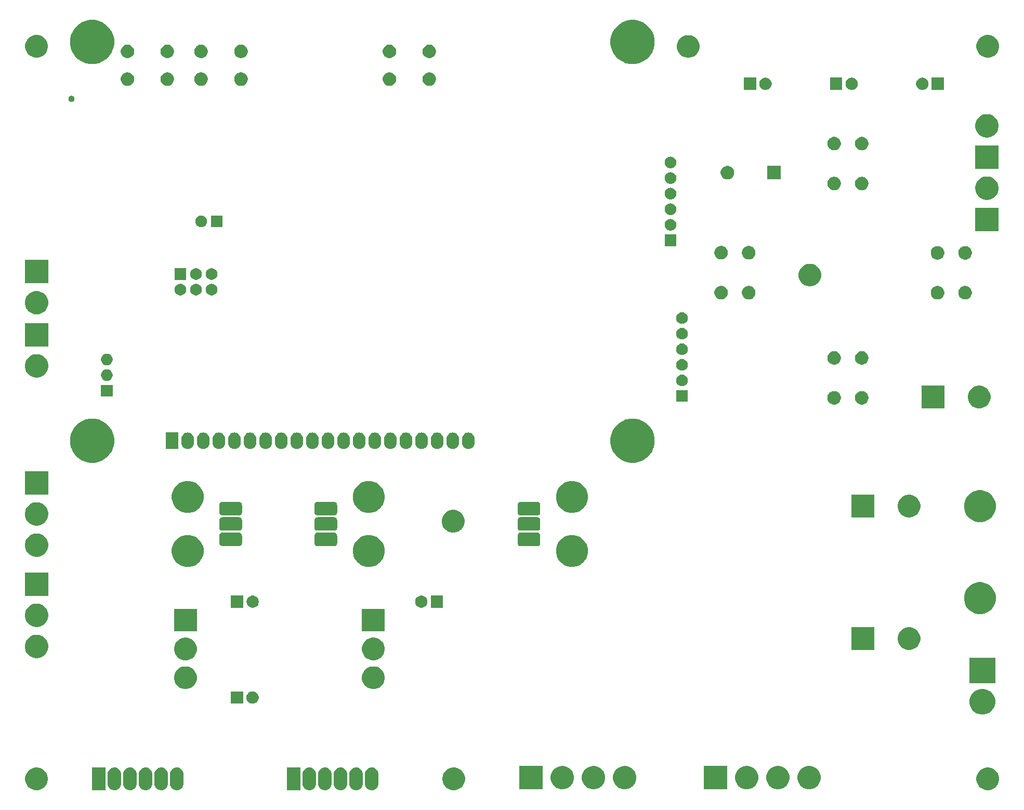
<source format=gts>
G04 #@! TF.GenerationSoftware,KiCad,Pcbnew,(5.1.5)-3*
G04 #@! TF.CreationDate,2020-04-02T09:01:34+03:00*
G04 #@! TF.ProjectId,VentilaVitesco,56656e74-696c-4615-9669-746573636f2e,rev?*
G04 #@! TF.SameCoordinates,PX354a940PY93c3260*
G04 #@! TF.FileFunction,Soldermask,Top*
G04 #@! TF.FilePolarity,Negative*
%FSLAX46Y46*%
G04 Gerber Fmt 4.6, Leading zero omitted, Abs format (unit mm)*
G04 Created by KiCad (PCBNEW (5.1.5)-3) date 2020-04-02 09:01:34*
%MOMM*%
%LPD*%
G04 APERTURE LIST*
%ADD10C,0.150000*%
G04 APERTURE END LIST*
D10*
G36*
X17995637Y6914084D02*
G01*
X18149033Y6867551D01*
X18202991Y6851183D01*
X18394079Y6749045D01*
X18394080Y6749044D01*
X18394084Y6749042D01*
X18561581Y6611581D01*
X18561583Y6611578D01*
X18699043Y6444084D01*
X18801183Y6252992D01*
X18817551Y6199034D01*
X18864084Y6045638D01*
X18880000Y5884036D01*
X18880000Y4275964D01*
X18864084Y4114362D01*
X18817551Y3960966D01*
X18801183Y3907008D01*
X18699043Y3715916D01*
X18561581Y3548419D01*
X18394084Y3410957D01*
X18202992Y3308817D01*
X18149034Y3292449D01*
X17995638Y3245916D01*
X17780000Y3224678D01*
X17564363Y3245916D01*
X17410967Y3292449D01*
X17357009Y3308817D01*
X17165917Y3410957D01*
X16998420Y3548419D01*
X16860958Y3715916D01*
X16758816Y3907012D01*
X16695916Y4114361D01*
X16680000Y4275962D01*
X16680000Y5884037D01*
X16695916Y6045635D01*
X16695916Y6045637D01*
X16758816Y6252987D01*
X16758817Y6252991D01*
X16860955Y6444079D01*
X16860956Y6444080D01*
X16860958Y6444084D01*
X16998419Y6611581D01*
X17051354Y6655023D01*
X17165916Y6749043D01*
X17357008Y6851183D01*
X17410966Y6867551D01*
X17564362Y6914084D01*
X17780000Y6935322D01*
X17995637Y6914084D01*
G37*
G36*
X20535637Y6914084D02*
G01*
X20689033Y6867551D01*
X20742991Y6851183D01*
X20934079Y6749045D01*
X20934080Y6749044D01*
X20934084Y6749042D01*
X21101581Y6611581D01*
X21101583Y6611578D01*
X21239043Y6444084D01*
X21341183Y6252992D01*
X21357551Y6199034D01*
X21404084Y6045638D01*
X21420000Y5884036D01*
X21420000Y4275964D01*
X21404084Y4114362D01*
X21357551Y3960966D01*
X21341183Y3907008D01*
X21239043Y3715916D01*
X21101581Y3548419D01*
X20934084Y3410957D01*
X20742992Y3308817D01*
X20689034Y3292449D01*
X20535638Y3245916D01*
X20320000Y3224678D01*
X20104363Y3245916D01*
X19950967Y3292449D01*
X19897009Y3308817D01*
X19705917Y3410957D01*
X19538420Y3548419D01*
X19400958Y3715916D01*
X19298816Y3907012D01*
X19235916Y4114361D01*
X19220000Y4275962D01*
X19220000Y5884037D01*
X19235916Y6045635D01*
X19235916Y6045637D01*
X19298816Y6252987D01*
X19298817Y6252991D01*
X19400955Y6444079D01*
X19400956Y6444080D01*
X19400958Y6444084D01*
X19538419Y6611581D01*
X19591354Y6655023D01*
X19705916Y6749043D01*
X19897008Y6851183D01*
X19950966Y6867551D01*
X20104362Y6914084D01*
X20320000Y6935322D01*
X20535637Y6914084D01*
G37*
G36*
X23075637Y6914084D02*
G01*
X23229033Y6867551D01*
X23282991Y6851183D01*
X23474079Y6749045D01*
X23474080Y6749044D01*
X23474084Y6749042D01*
X23641581Y6611581D01*
X23641583Y6611578D01*
X23779043Y6444084D01*
X23881183Y6252992D01*
X23897551Y6199034D01*
X23944084Y6045638D01*
X23960000Y5884036D01*
X23960000Y4275964D01*
X23944084Y4114362D01*
X23897551Y3960966D01*
X23881183Y3907008D01*
X23779043Y3715916D01*
X23641581Y3548419D01*
X23474084Y3410957D01*
X23282992Y3308817D01*
X23229034Y3292449D01*
X23075638Y3245916D01*
X22860000Y3224678D01*
X22644363Y3245916D01*
X22490967Y3292449D01*
X22437009Y3308817D01*
X22245917Y3410957D01*
X22078420Y3548419D01*
X21940958Y3715916D01*
X21838816Y3907012D01*
X21775916Y4114361D01*
X21760000Y4275962D01*
X21760000Y5884037D01*
X21775916Y6045635D01*
X21775916Y6045637D01*
X21838816Y6252987D01*
X21838817Y6252991D01*
X21940955Y6444079D01*
X21940956Y6444080D01*
X21940958Y6444084D01*
X22078419Y6611581D01*
X22131354Y6655023D01*
X22245916Y6749043D01*
X22437008Y6851183D01*
X22490966Y6867551D01*
X22644362Y6914084D01*
X22860000Y6935322D01*
X23075637Y6914084D01*
G37*
G36*
X25615637Y6914084D02*
G01*
X25769033Y6867551D01*
X25822991Y6851183D01*
X26014079Y6749045D01*
X26014080Y6749044D01*
X26014084Y6749042D01*
X26181581Y6611581D01*
X26181583Y6611578D01*
X26319043Y6444084D01*
X26421183Y6252992D01*
X26437551Y6199034D01*
X26484084Y6045638D01*
X26500000Y5884036D01*
X26500000Y4275964D01*
X26484084Y4114362D01*
X26437551Y3960966D01*
X26421183Y3907008D01*
X26319043Y3715916D01*
X26181581Y3548419D01*
X26014084Y3410957D01*
X25822992Y3308817D01*
X25769034Y3292449D01*
X25615638Y3245916D01*
X25400000Y3224678D01*
X25184363Y3245916D01*
X25030967Y3292449D01*
X24977009Y3308817D01*
X24785917Y3410957D01*
X24618420Y3548419D01*
X24480958Y3715916D01*
X24378816Y3907012D01*
X24315916Y4114361D01*
X24300000Y4275962D01*
X24300000Y5884037D01*
X24315916Y6045635D01*
X24315916Y6045637D01*
X24378816Y6252987D01*
X24378817Y6252991D01*
X24480955Y6444079D01*
X24480956Y6444080D01*
X24480958Y6444084D01*
X24618419Y6611581D01*
X24671354Y6655023D01*
X24785916Y6749043D01*
X24977008Y6851183D01*
X25030966Y6867551D01*
X25184362Y6914084D01*
X25400000Y6935322D01*
X25615637Y6914084D01*
G37*
G36*
X28155637Y6914084D02*
G01*
X28309033Y6867551D01*
X28362991Y6851183D01*
X28554079Y6749045D01*
X28554080Y6749044D01*
X28554084Y6749042D01*
X28721581Y6611581D01*
X28721583Y6611578D01*
X28859043Y6444084D01*
X28961183Y6252992D01*
X28977551Y6199034D01*
X29024084Y6045638D01*
X29040000Y5884036D01*
X29040000Y4275964D01*
X29024084Y4114362D01*
X28977551Y3960966D01*
X28961183Y3907008D01*
X28859043Y3715916D01*
X28721581Y3548419D01*
X28554084Y3410957D01*
X28362992Y3308817D01*
X28309034Y3292449D01*
X28155638Y3245916D01*
X27940000Y3224678D01*
X27724363Y3245916D01*
X27570967Y3292449D01*
X27517009Y3308817D01*
X27325917Y3410957D01*
X27158420Y3548419D01*
X27020958Y3715916D01*
X26918816Y3907012D01*
X26855916Y4114361D01*
X26840000Y4275962D01*
X26840000Y5884037D01*
X26855916Y6045635D01*
X26855916Y6045637D01*
X26918816Y6252987D01*
X26918817Y6252991D01*
X27020955Y6444079D01*
X27020956Y6444080D01*
X27020958Y6444084D01*
X27158419Y6611581D01*
X27211354Y6655023D01*
X27325916Y6749043D01*
X27517008Y6851183D01*
X27570966Y6867551D01*
X27724362Y6914084D01*
X27940000Y6935322D01*
X28155637Y6914084D01*
G37*
G36*
X49745637Y6914084D02*
G01*
X49899033Y6867551D01*
X49952991Y6851183D01*
X50144079Y6749045D01*
X50144080Y6749044D01*
X50144084Y6749042D01*
X50311581Y6611581D01*
X50311583Y6611578D01*
X50449043Y6444084D01*
X50551183Y6252992D01*
X50567551Y6199034D01*
X50614084Y6045638D01*
X50630000Y5884036D01*
X50630000Y4275964D01*
X50614084Y4114362D01*
X50567551Y3960966D01*
X50551183Y3907008D01*
X50449043Y3715916D01*
X50311581Y3548419D01*
X50144084Y3410957D01*
X49952992Y3308817D01*
X49899034Y3292449D01*
X49745638Y3245916D01*
X49530000Y3224678D01*
X49314363Y3245916D01*
X49160967Y3292449D01*
X49107009Y3308817D01*
X48915917Y3410957D01*
X48748420Y3548419D01*
X48610958Y3715916D01*
X48508816Y3907012D01*
X48445916Y4114361D01*
X48430000Y4275962D01*
X48430000Y5884037D01*
X48445916Y6045635D01*
X48445916Y6045637D01*
X48508816Y6252987D01*
X48508817Y6252991D01*
X48610955Y6444079D01*
X48610956Y6444080D01*
X48610958Y6444084D01*
X48748419Y6611581D01*
X48801354Y6655023D01*
X48915916Y6749043D01*
X49107008Y6851183D01*
X49160966Y6867551D01*
X49314362Y6914084D01*
X49530000Y6935322D01*
X49745637Y6914084D01*
G37*
G36*
X52285637Y6914084D02*
G01*
X52439033Y6867551D01*
X52492991Y6851183D01*
X52684079Y6749045D01*
X52684080Y6749044D01*
X52684084Y6749042D01*
X52851581Y6611581D01*
X52851583Y6611578D01*
X52989043Y6444084D01*
X53091183Y6252992D01*
X53107551Y6199034D01*
X53154084Y6045638D01*
X53170000Y5884036D01*
X53170000Y4275964D01*
X53154084Y4114362D01*
X53107551Y3960966D01*
X53091183Y3907008D01*
X52989043Y3715916D01*
X52851581Y3548419D01*
X52684084Y3410957D01*
X52492992Y3308817D01*
X52439034Y3292449D01*
X52285638Y3245916D01*
X52070000Y3224678D01*
X51854363Y3245916D01*
X51700967Y3292449D01*
X51647009Y3308817D01*
X51455917Y3410957D01*
X51288420Y3548419D01*
X51150958Y3715916D01*
X51048816Y3907012D01*
X50985916Y4114361D01*
X50970000Y4275962D01*
X50970000Y5884037D01*
X50985916Y6045635D01*
X50985916Y6045637D01*
X51048816Y6252987D01*
X51048817Y6252991D01*
X51150955Y6444079D01*
X51150956Y6444080D01*
X51150958Y6444084D01*
X51288419Y6611581D01*
X51341354Y6655023D01*
X51455916Y6749043D01*
X51647008Y6851183D01*
X51700966Y6867551D01*
X51854362Y6914084D01*
X52070000Y6935322D01*
X52285637Y6914084D01*
G37*
G36*
X54825637Y6914084D02*
G01*
X54979033Y6867551D01*
X55032991Y6851183D01*
X55224079Y6749045D01*
X55224080Y6749044D01*
X55224084Y6749042D01*
X55391581Y6611581D01*
X55391583Y6611578D01*
X55529043Y6444084D01*
X55631183Y6252992D01*
X55647551Y6199034D01*
X55694084Y6045638D01*
X55710000Y5884036D01*
X55710000Y4275964D01*
X55694084Y4114362D01*
X55647551Y3960966D01*
X55631183Y3907008D01*
X55529043Y3715916D01*
X55391581Y3548419D01*
X55224084Y3410957D01*
X55032992Y3308817D01*
X54979034Y3292449D01*
X54825638Y3245916D01*
X54610000Y3224678D01*
X54394363Y3245916D01*
X54240967Y3292449D01*
X54187009Y3308817D01*
X53995917Y3410957D01*
X53828420Y3548419D01*
X53690958Y3715916D01*
X53588816Y3907012D01*
X53525916Y4114361D01*
X53510000Y4275962D01*
X53510000Y5884037D01*
X53525916Y6045635D01*
X53525916Y6045637D01*
X53588816Y6252987D01*
X53588817Y6252991D01*
X53690955Y6444079D01*
X53690956Y6444080D01*
X53690958Y6444084D01*
X53828419Y6611581D01*
X53881354Y6655023D01*
X53995916Y6749043D01*
X54187008Y6851183D01*
X54240966Y6867551D01*
X54394362Y6914084D01*
X54610000Y6935322D01*
X54825637Y6914084D01*
G37*
G36*
X57365637Y6914084D02*
G01*
X57519033Y6867551D01*
X57572991Y6851183D01*
X57764079Y6749045D01*
X57764080Y6749044D01*
X57764084Y6749042D01*
X57931581Y6611581D01*
X57931583Y6611578D01*
X58069043Y6444084D01*
X58171183Y6252992D01*
X58187551Y6199034D01*
X58234084Y6045638D01*
X58250000Y5884036D01*
X58250000Y4275964D01*
X58234084Y4114362D01*
X58187551Y3960966D01*
X58171183Y3907008D01*
X58069043Y3715916D01*
X57931581Y3548419D01*
X57764084Y3410957D01*
X57572992Y3308817D01*
X57519034Y3292449D01*
X57365638Y3245916D01*
X57150000Y3224678D01*
X56934363Y3245916D01*
X56780967Y3292449D01*
X56727009Y3308817D01*
X56535917Y3410957D01*
X56368420Y3548419D01*
X56230958Y3715916D01*
X56128816Y3907012D01*
X56065916Y4114361D01*
X56050000Y4275962D01*
X56050000Y5884037D01*
X56065916Y6045635D01*
X56065916Y6045637D01*
X56128816Y6252987D01*
X56128817Y6252991D01*
X56230955Y6444079D01*
X56230956Y6444080D01*
X56230958Y6444084D01*
X56368419Y6611581D01*
X56421354Y6655023D01*
X56535916Y6749043D01*
X56727008Y6851183D01*
X56780966Y6867551D01*
X56934362Y6914084D01*
X57150000Y6935322D01*
X57365637Y6914084D01*
G37*
G36*
X59905637Y6914084D02*
G01*
X60059033Y6867551D01*
X60112991Y6851183D01*
X60304079Y6749045D01*
X60304080Y6749044D01*
X60304084Y6749042D01*
X60471581Y6611581D01*
X60471583Y6611578D01*
X60609043Y6444084D01*
X60711183Y6252992D01*
X60727551Y6199034D01*
X60774084Y6045638D01*
X60790000Y5884036D01*
X60790000Y4275964D01*
X60774084Y4114362D01*
X60727551Y3960966D01*
X60711183Y3907008D01*
X60609043Y3715916D01*
X60471581Y3548419D01*
X60304084Y3410957D01*
X60112992Y3308817D01*
X60059034Y3292449D01*
X59905638Y3245916D01*
X59690000Y3224678D01*
X59474363Y3245916D01*
X59320967Y3292449D01*
X59267009Y3308817D01*
X59075917Y3410957D01*
X58908420Y3548419D01*
X58770958Y3715916D01*
X58668816Y3907012D01*
X58605916Y4114361D01*
X58590000Y4275962D01*
X58590000Y5884037D01*
X58605916Y6045635D01*
X58605916Y6045637D01*
X58668816Y6252987D01*
X58668817Y6252991D01*
X58770955Y6444079D01*
X58770956Y6444080D01*
X58770958Y6444084D01*
X58908419Y6611581D01*
X58961354Y6655023D01*
X59075916Y6749043D01*
X59267008Y6851183D01*
X59320966Y6867551D01*
X59474362Y6914084D01*
X59690000Y6935322D01*
X59905637Y6914084D01*
G37*
G36*
X16340000Y3230000D02*
G01*
X14140000Y3230000D01*
X14140000Y6930000D01*
X16340000Y6930000D01*
X16340000Y3230000D01*
G37*
G36*
X48090000Y3230000D02*
G01*
X45890000Y3230000D01*
X45890000Y6930000D01*
X48090000Y6930000D01*
X48090000Y3230000D01*
G37*
G36*
X5619624Y6858906D02*
G01*
X5956302Y6719449D01*
X5956303Y6719448D01*
X6259306Y6516989D01*
X6516989Y6259306D01*
X6567850Y6183186D01*
X6719449Y5956302D01*
X6858906Y5619624D01*
X6930000Y5262210D01*
X6930000Y4897790D01*
X6858906Y4540376D01*
X6719449Y4203698D01*
X6719448Y4203697D01*
X6516989Y3900694D01*
X6259306Y3643011D01*
X6117738Y3548419D01*
X5956302Y3440551D01*
X5619624Y3301094D01*
X5262210Y3230000D01*
X4897790Y3230000D01*
X4540376Y3301094D01*
X4203698Y3440551D01*
X4042262Y3548419D01*
X3900694Y3643011D01*
X3643011Y3900694D01*
X3440552Y4203697D01*
X3440551Y4203698D01*
X3301094Y4540376D01*
X3230000Y4897790D01*
X3230000Y5262210D01*
X3301094Y5619624D01*
X3440551Y5956302D01*
X3592150Y6183186D01*
X3643011Y6259306D01*
X3900694Y6516989D01*
X4203697Y6719448D01*
X4203698Y6719449D01*
X4540376Y6858906D01*
X4897790Y6930000D01*
X5262210Y6930000D01*
X5619624Y6858906D01*
G37*
G36*
X73564624Y6858906D02*
G01*
X73901302Y6719449D01*
X73901303Y6719448D01*
X74204306Y6516989D01*
X74461989Y6259306D01*
X74512850Y6183186D01*
X74664449Y5956302D01*
X74803906Y5619624D01*
X74875000Y5262210D01*
X74875000Y4897790D01*
X74803906Y4540376D01*
X74664449Y4203698D01*
X74664448Y4203697D01*
X74461989Y3900694D01*
X74204306Y3643011D01*
X74062738Y3548419D01*
X73901302Y3440551D01*
X73564624Y3301094D01*
X73207210Y3230000D01*
X72842790Y3230000D01*
X72485376Y3301094D01*
X72148698Y3440551D01*
X71987262Y3548419D01*
X71845694Y3643011D01*
X71588011Y3900694D01*
X71385552Y4203697D01*
X71385551Y4203698D01*
X71246094Y4540376D01*
X71175000Y4897790D01*
X71175000Y5262210D01*
X71246094Y5619624D01*
X71385551Y5956302D01*
X71537150Y6183186D01*
X71588011Y6259306D01*
X71845694Y6516989D01*
X72148697Y6719448D01*
X72148698Y6719449D01*
X72485376Y6858906D01*
X72842790Y6930000D01*
X73207210Y6930000D01*
X73564624Y6858906D01*
G37*
G36*
X160559624Y6858906D02*
G01*
X160896302Y6719449D01*
X160896303Y6719448D01*
X161199306Y6516989D01*
X161456989Y6259306D01*
X161507850Y6183186D01*
X161659449Y5956302D01*
X161798906Y5619624D01*
X161870000Y5262210D01*
X161870000Y4897790D01*
X161798906Y4540376D01*
X161659449Y4203698D01*
X161659448Y4203697D01*
X161456989Y3900694D01*
X161199306Y3643011D01*
X161057738Y3548419D01*
X160896302Y3440551D01*
X160559624Y3301094D01*
X160202210Y3230000D01*
X159837790Y3230000D01*
X159480376Y3301094D01*
X159143698Y3440551D01*
X158982262Y3548419D01*
X158840694Y3643011D01*
X158583011Y3900694D01*
X158380552Y4203697D01*
X158380551Y4203698D01*
X158241094Y4540376D01*
X158170000Y4897790D01*
X158170000Y5262210D01*
X158241094Y5619624D01*
X158380551Y5956302D01*
X158532150Y6183186D01*
X158583011Y6259306D01*
X158840694Y6516989D01*
X159143697Y6719448D01*
X159143698Y6719449D01*
X159480376Y6858906D01*
X159837790Y6930000D01*
X160202210Y6930000D01*
X160559624Y6858906D01*
G37*
G36*
X121122271Y7146692D02*
G01*
X121305809Y7110184D01*
X121449034Y7050858D01*
X121651586Y6966959D01*
X121962779Y6759026D01*
X122227426Y6494379D01*
X122435359Y6183186D01*
X122492333Y6045638D01*
X122559270Y5884038D01*
X122578584Y5837408D01*
X122651600Y5470335D01*
X122651600Y5096065D01*
X122578584Y4728992D01*
X122435359Y4383214D01*
X122227426Y4072021D01*
X121962779Y3807374D01*
X121651586Y3599441D01*
X121528407Y3548419D01*
X121305809Y3456216D01*
X120938735Y3383200D01*
X120564465Y3383200D01*
X120197391Y3456216D01*
X119974793Y3548419D01*
X119851614Y3599441D01*
X119540421Y3807374D01*
X119275774Y4072021D01*
X119067841Y4383214D01*
X118924616Y4728992D01*
X118851600Y5096065D01*
X118851600Y5470335D01*
X118924616Y5837408D01*
X118943931Y5884038D01*
X119010867Y6045638D01*
X119067841Y6183186D01*
X119275774Y6494379D01*
X119540421Y6759026D01*
X119851614Y6966959D01*
X120054166Y7050858D01*
X120197391Y7110184D01*
X120380929Y7146692D01*
X120564465Y7183200D01*
X120938735Y7183200D01*
X121122271Y7146692D01*
G37*
G36*
X131282271Y7146692D02*
G01*
X131465809Y7110184D01*
X131609034Y7050858D01*
X131811586Y6966959D01*
X132122779Y6759026D01*
X132387426Y6494379D01*
X132595359Y6183186D01*
X132652333Y6045638D01*
X132719270Y5884038D01*
X132738584Y5837408D01*
X132811600Y5470335D01*
X132811600Y5096065D01*
X132738584Y4728992D01*
X132595359Y4383214D01*
X132387426Y4072021D01*
X132122779Y3807374D01*
X131811586Y3599441D01*
X131688407Y3548419D01*
X131465809Y3456216D01*
X131098735Y3383200D01*
X130724465Y3383200D01*
X130357391Y3456216D01*
X130134793Y3548419D01*
X130011614Y3599441D01*
X129700421Y3807374D01*
X129435774Y4072021D01*
X129227841Y4383214D01*
X129084616Y4728992D01*
X129011600Y5096065D01*
X129011600Y5470335D01*
X129084616Y5837408D01*
X129103931Y5884038D01*
X129170867Y6045638D01*
X129227841Y6183186D01*
X129435774Y6494379D01*
X129700421Y6759026D01*
X130011614Y6966959D01*
X130214166Y7050858D01*
X130357391Y7110184D01*
X130540929Y7146692D01*
X130724465Y7183200D01*
X131098735Y7183200D01*
X131282271Y7146692D01*
G37*
G36*
X126202271Y7146692D02*
G01*
X126385809Y7110184D01*
X126529034Y7050858D01*
X126731586Y6966959D01*
X127042779Y6759026D01*
X127307426Y6494379D01*
X127515359Y6183186D01*
X127572333Y6045638D01*
X127639270Y5884038D01*
X127658584Y5837408D01*
X127731600Y5470335D01*
X127731600Y5096065D01*
X127658584Y4728992D01*
X127515359Y4383214D01*
X127307426Y4072021D01*
X127042779Y3807374D01*
X126731586Y3599441D01*
X126608407Y3548419D01*
X126385809Y3456216D01*
X126018735Y3383200D01*
X125644465Y3383200D01*
X125277391Y3456216D01*
X125054793Y3548419D01*
X124931614Y3599441D01*
X124620421Y3807374D01*
X124355774Y4072021D01*
X124147841Y4383214D01*
X124004616Y4728992D01*
X123931600Y5096065D01*
X123931600Y5470335D01*
X124004616Y5837408D01*
X124023931Y5884038D01*
X124090867Y6045638D01*
X124147841Y6183186D01*
X124355774Y6494379D01*
X124620421Y6759026D01*
X124931614Y6966959D01*
X125134166Y7050858D01*
X125277391Y7110184D01*
X125460929Y7146692D01*
X125644465Y7183200D01*
X126018735Y7183200D01*
X126202271Y7146692D01*
G37*
G36*
X117571600Y3383200D02*
G01*
X113771600Y3383200D01*
X113771600Y7183200D01*
X117571600Y7183200D01*
X117571600Y3383200D01*
G37*
G36*
X101259471Y7146692D02*
G01*
X101443009Y7110184D01*
X101586234Y7050858D01*
X101788786Y6966959D01*
X102099979Y6759026D01*
X102364626Y6494379D01*
X102572559Y6183186D01*
X102629533Y6045638D01*
X102696470Y5884038D01*
X102715784Y5837408D01*
X102788800Y5470335D01*
X102788800Y5096065D01*
X102715784Y4728992D01*
X102572559Y4383214D01*
X102364626Y4072021D01*
X102099979Y3807374D01*
X101788786Y3599441D01*
X101665607Y3548419D01*
X101443009Y3456216D01*
X101075935Y3383200D01*
X100701665Y3383200D01*
X100334591Y3456216D01*
X100111993Y3548419D01*
X99988814Y3599441D01*
X99677621Y3807374D01*
X99412974Y4072021D01*
X99205041Y4383214D01*
X99061816Y4728992D01*
X98988800Y5096065D01*
X98988800Y5470335D01*
X99061816Y5837408D01*
X99081131Y5884038D01*
X99148067Y6045638D01*
X99205041Y6183186D01*
X99412974Y6494379D01*
X99677621Y6759026D01*
X99988814Y6966959D01*
X100191366Y7050858D01*
X100334591Y7110184D01*
X100518129Y7146692D01*
X100701665Y7183200D01*
X101075935Y7183200D01*
X101259471Y7146692D01*
G37*
G36*
X87548800Y3383200D02*
G01*
X83748800Y3383200D01*
X83748800Y7183200D01*
X87548800Y7183200D01*
X87548800Y3383200D01*
G37*
G36*
X91099471Y7146692D02*
G01*
X91283009Y7110184D01*
X91426234Y7050858D01*
X91628786Y6966959D01*
X91939979Y6759026D01*
X92204626Y6494379D01*
X92412559Y6183186D01*
X92469533Y6045638D01*
X92536470Y5884038D01*
X92555784Y5837408D01*
X92628800Y5470335D01*
X92628800Y5096065D01*
X92555784Y4728992D01*
X92412559Y4383214D01*
X92204626Y4072021D01*
X91939979Y3807374D01*
X91628786Y3599441D01*
X91505607Y3548419D01*
X91283009Y3456216D01*
X90915935Y3383200D01*
X90541665Y3383200D01*
X90174591Y3456216D01*
X89951993Y3548419D01*
X89828814Y3599441D01*
X89517621Y3807374D01*
X89252974Y4072021D01*
X89045041Y4383214D01*
X88901816Y4728992D01*
X88828800Y5096065D01*
X88828800Y5470335D01*
X88901816Y5837408D01*
X88921131Y5884038D01*
X88988067Y6045638D01*
X89045041Y6183186D01*
X89252974Y6494379D01*
X89517621Y6759026D01*
X89828814Y6966959D01*
X90031366Y7050858D01*
X90174591Y7110184D01*
X90358129Y7146692D01*
X90541665Y7183200D01*
X90915935Y7183200D01*
X91099471Y7146692D01*
G37*
G36*
X96179471Y7146692D02*
G01*
X96363009Y7110184D01*
X96506234Y7050858D01*
X96708786Y6966959D01*
X97019979Y6759026D01*
X97284626Y6494379D01*
X97492559Y6183186D01*
X97549533Y6045638D01*
X97616470Y5884038D01*
X97635784Y5837408D01*
X97708800Y5470335D01*
X97708800Y5096065D01*
X97635784Y4728992D01*
X97492559Y4383214D01*
X97284626Y4072021D01*
X97019979Y3807374D01*
X96708786Y3599441D01*
X96585607Y3548419D01*
X96363009Y3456216D01*
X95995935Y3383200D01*
X95621665Y3383200D01*
X95254591Y3456216D01*
X95031993Y3548419D01*
X94908814Y3599441D01*
X94597621Y3807374D01*
X94332974Y4072021D01*
X94125041Y4383214D01*
X93981816Y4728992D01*
X93908800Y5096065D01*
X93908800Y5470335D01*
X93981816Y5837408D01*
X94001131Y5884038D01*
X94068067Y6045638D01*
X94125041Y6183186D01*
X94332974Y6494379D01*
X94597621Y6759026D01*
X94908814Y6966959D01*
X95111366Y7050858D01*
X95254591Y7110184D01*
X95438129Y7146692D01*
X95621665Y7183200D01*
X95995935Y7183200D01*
X96179471Y7146692D01*
G37*
G36*
X159743546Y19672299D02*
G01*
X160125721Y19513997D01*
X160125723Y19513996D01*
X160469672Y19284177D01*
X160762177Y18991672D01*
X160991996Y18647723D01*
X160991997Y18647721D01*
X161150299Y18265546D01*
X161231000Y17859833D01*
X161231000Y17446167D01*
X161150299Y17040454D01*
X160991997Y16658279D01*
X160991996Y16658277D01*
X160762177Y16314328D01*
X160469672Y16021823D01*
X160125723Y15792004D01*
X160125722Y15792003D01*
X160125721Y15792003D01*
X159743546Y15633701D01*
X159337833Y15553000D01*
X158924167Y15553000D01*
X158518454Y15633701D01*
X158136279Y15792003D01*
X158136278Y15792003D01*
X158136277Y15792004D01*
X157792328Y16021823D01*
X157499823Y16314328D01*
X157270004Y16658277D01*
X157270003Y16658279D01*
X157111701Y17040454D01*
X157031000Y17446167D01*
X157031000Y17859833D01*
X157111701Y18265546D01*
X157270003Y18647721D01*
X157270004Y18647723D01*
X157499823Y18991672D01*
X157792328Y19284177D01*
X158136277Y19513996D01*
X158136279Y19513997D01*
X158518454Y19672299D01*
X158924167Y19753000D01*
X159337833Y19753000D01*
X159743546Y19672299D01*
G37*
G36*
X40486290Y19313181D02*
G01*
X40550689Y19300371D01*
X40732678Y19224989D01*
X40896463Y19115551D01*
X41035751Y18976263D01*
X41145189Y18812478D01*
X41220571Y18630489D01*
X41259000Y18437291D01*
X41259000Y18240309D01*
X41220571Y18047111D01*
X41145189Y17865122D01*
X41035751Y17701337D01*
X40896463Y17562049D01*
X40732678Y17452611D01*
X40550689Y17377229D01*
X40486290Y17364419D01*
X40357493Y17338800D01*
X40160507Y17338800D01*
X40031710Y17364419D01*
X39967311Y17377229D01*
X39785322Y17452611D01*
X39621537Y17562049D01*
X39482249Y17701337D01*
X39372811Y17865122D01*
X39297429Y18047111D01*
X39259000Y18240309D01*
X39259000Y18437291D01*
X39297429Y18630489D01*
X39372811Y18812478D01*
X39482249Y18976263D01*
X39621537Y19115551D01*
X39785322Y19224989D01*
X39967311Y19300371D01*
X40031710Y19313181D01*
X40160507Y19338800D01*
X40357493Y19338800D01*
X40486290Y19313181D01*
G37*
G36*
X38719000Y17338800D02*
G01*
X36719000Y17338800D01*
X36719000Y19338800D01*
X38719000Y19338800D01*
X38719000Y17338800D01*
G37*
G36*
X29876624Y23343506D02*
G01*
X30213302Y23204049D01*
X30213303Y23204048D01*
X30516306Y23001589D01*
X30773989Y22743906D01*
X30909268Y22541446D01*
X30976449Y22440902D01*
X31115906Y22104224D01*
X31187000Y21746810D01*
X31187000Y21382390D01*
X31115906Y21024976D01*
X30976449Y20688298D01*
X30976448Y20688297D01*
X30773989Y20385294D01*
X30516306Y20127611D01*
X30313846Y19992332D01*
X30213302Y19925151D01*
X29876624Y19785694D01*
X29519210Y19714600D01*
X29154790Y19714600D01*
X28797376Y19785694D01*
X28460698Y19925151D01*
X28360154Y19992332D01*
X28157694Y20127611D01*
X27900011Y20385294D01*
X27697552Y20688297D01*
X27697551Y20688298D01*
X27558094Y21024976D01*
X27487000Y21382390D01*
X27487000Y21746810D01*
X27558094Y22104224D01*
X27697551Y22440902D01*
X27764732Y22541446D01*
X27900011Y22743906D01*
X28157694Y23001589D01*
X28460697Y23204048D01*
X28460698Y23204049D01*
X28797376Y23343506D01*
X29154790Y23414600D01*
X29519210Y23414600D01*
X29876624Y23343506D01*
G37*
G36*
X60483624Y23343506D02*
G01*
X60820302Y23204049D01*
X60820303Y23204048D01*
X61123306Y23001589D01*
X61380989Y22743906D01*
X61516268Y22541446D01*
X61583449Y22440902D01*
X61722906Y22104224D01*
X61794000Y21746810D01*
X61794000Y21382390D01*
X61722906Y21024976D01*
X61583449Y20688298D01*
X61583448Y20688297D01*
X61380989Y20385294D01*
X61123306Y20127611D01*
X60920846Y19992332D01*
X60820302Y19925151D01*
X60483624Y19785694D01*
X60126210Y19714600D01*
X59761790Y19714600D01*
X59404376Y19785694D01*
X59067698Y19925151D01*
X58967154Y19992332D01*
X58764694Y20127611D01*
X58507011Y20385294D01*
X58304552Y20688297D01*
X58304551Y20688298D01*
X58165094Y21024976D01*
X58094000Y21382390D01*
X58094000Y21746810D01*
X58165094Y22104224D01*
X58304551Y22440902D01*
X58371732Y22541446D01*
X58507011Y22743906D01*
X58764694Y23001589D01*
X59067697Y23204048D01*
X59067698Y23204049D01*
X59404376Y23343506D01*
X59761790Y23414600D01*
X60126210Y23414600D01*
X60483624Y23343506D01*
G37*
G36*
X161231000Y20633000D02*
G01*
X157031000Y20633000D01*
X157031000Y24833000D01*
X161231000Y24833000D01*
X161231000Y20633000D01*
G37*
G36*
X29876624Y28042506D02*
G01*
X30213302Y27903049D01*
X30313846Y27835868D01*
X30516306Y27700589D01*
X30773989Y27442906D01*
X30802406Y27400376D01*
X30976449Y27139902D01*
X31115906Y26803224D01*
X31187000Y26445810D01*
X31187000Y26081390D01*
X31115906Y25723976D01*
X30976449Y25387298D01*
X30976448Y25387297D01*
X30773989Y25084294D01*
X30516306Y24826611D01*
X30431581Y24770000D01*
X30213302Y24624151D01*
X29876624Y24484694D01*
X29519210Y24413600D01*
X29154790Y24413600D01*
X28797376Y24484694D01*
X28460698Y24624151D01*
X28242419Y24770000D01*
X28157694Y24826611D01*
X27900011Y25084294D01*
X27697552Y25387297D01*
X27697551Y25387298D01*
X27558094Y25723976D01*
X27487000Y26081390D01*
X27487000Y26445810D01*
X27558094Y26803224D01*
X27697551Y27139902D01*
X27871594Y27400376D01*
X27900011Y27442906D01*
X28157694Y27700589D01*
X28360154Y27835868D01*
X28460698Y27903049D01*
X28797376Y28042506D01*
X29154790Y28113600D01*
X29519210Y28113600D01*
X29876624Y28042506D01*
G37*
G36*
X60483624Y28042506D02*
G01*
X60820302Y27903049D01*
X60920846Y27835868D01*
X61123306Y27700589D01*
X61380989Y27442906D01*
X61409406Y27400376D01*
X61583449Y27139902D01*
X61722906Y26803224D01*
X61794000Y26445810D01*
X61794000Y26081390D01*
X61722906Y25723976D01*
X61583449Y25387298D01*
X61583448Y25387297D01*
X61380989Y25084294D01*
X61123306Y24826611D01*
X61038581Y24770000D01*
X60820302Y24624151D01*
X60483624Y24484694D01*
X60126210Y24413600D01*
X59761790Y24413600D01*
X59404376Y24484694D01*
X59067698Y24624151D01*
X58849419Y24770000D01*
X58764694Y24826611D01*
X58507011Y25084294D01*
X58304552Y25387297D01*
X58304551Y25387298D01*
X58165094Y25723976D01*
X58094000Y26081390D01*
X58094000Y26445810D01*
X58165094Y26803224D01*
X58304551Y27139902D01*
X58478594Y27400376D01*
X58507011Y27442906D01*
X58764694Y27700589D01*
X58967154Y27835868D01*
X59067698Y27903049D01*
X59404376Y28042506D01*
X59761790Y28113600D01*
X60126210Y28113600D01*
X60483624Y28042506D01*
G37*
G36*
X5634209Y28496984D02*
G01*
X5777434Y28437658D01*
X5979986Y28353759D01*
X6291179Y28145826D01*
X6555826Y27881179D01*
X6763759Y27569986D01*
X6816397Y27442906D01*
X6906984Y27224209D01*
X6980000Y26857134D01*
X6980000Y26482866D01*
X6906984Y26115791D01*
X6847658Y25972566D01*
X6763759Y25770014D01*
X6555826Y25458821D01*
X6291179Y25194174D01*
X5979986Y24986241D01*
X5777434Y24902342D01*
X5634209Y24843016D01*
X5450671Y24806508D01*
X5267135Y24770000D01*
X4892865Y24770000D01*
X4709329Y24806508D01*
X4525791Y24843016D01*
X4382566Y24902342D01*
X4180014Y24986241D01*
X3868821Y25194174D01*
X3604174Y25458821D01*
X3396241Y25770014D01*
X3312342Y25972566D01*
X3253016Y26115791D01*
X3180000Y26482866D01*
X3180000Y26857134D01*
X3253016Y27224209D01*
X3343603Y27442906D01*
X3396241Y27569986D01*
X3604174Y27881179D01*
X3868821Y28145826D01*
X4180014Y28353759D01*
X4382566Y28437658D01*
X4525791Y28496984D01*
X4892865Y28570000D01*
X5267135Y28570000D01*
X5634209Y28496984D01*
G37*
G36*
X147739624Y29718906D02*
G01*
X148076302Y29579449D01*
X148076303Y29579448D01*
X148379306Y29376989D01*
X148636989Y29119306D01*
X148772268Y28916846D01*
X148839449Y28816302D01*
X148978906Y28479624D01*
X149050000Y28122210D01*
X149050000Y27757790D01*
X148978906Y27400376D01*
X148839449Y27063698D01*
X148839448Y27063697D01*
X148636989Y26760694D01*
X148379306Y26503011D01*
X148176846Y26367732D01*
X148076302Y26300551D01*
X147739624Y26161094D01*
X147382210Y26090000D01*
X147017790Y26090000D01*
X146660376Y26161094D01*
X146323698Y26300551D01*
X146223154Y26367732D01*
X146020694Y26503011D01*
X145763011Y26760694D01*
X145560552Y27063697D01*
X145560551Y27063698D01*
X145421094Y27400376D01*
X145350000Y27757790D01*
X145350000Y28122210D01*
X145421094Y28479624D01*
X145560551Y28816302D01*
X145627732Y28916846D01*
X145763011Y29119306D01*
X146020694Y29376989D01*
X146323697Y29579448D01*
X146323698Y29579449D01*
X146660376Y29718906D01*
X147017790Y29790000D01*
X147382210Y29790000D01*
X147739624Y29718906D01*
G37*
G36*
X141550000Y26090000D02*
G01*
X137850000Y26090000D01*
X137850000Y29790000D01*
X141550000Y29790000D01*
X141550000Y26090000D01*
G37*
G36*
X61794000Y29112600D02*
G01*
X58094000Y29112600D01*
X58094000Y32812600D01*
X61794000Y32812600D01*
X61794000Y29112600D01*
G37*
G36*
X31187000Y29112600D02*
G01*
X27487000Y29112600D01*
X27487000Y32812600D01*
X31187000Y32812600D01*
X31187000Y29112600D01*
G37*
G36*
X5634209Y33576984D02*
G01*
X5777434Y33517658D01*
X5979986Y33433759D01*
X6291179Y33225826D01*
X6555826Y32961179D01*
X6763759Y32649986D01*
X6906984Y32304208D01*
X6980000Y31937135D01*
X6980000Y31562865D01*
X6906984Y31195792D01*
X6763759Y30850014D01*
X6555826Y30538821D01*
X6291179Y30274174D01*
X5979986Y30066241D01*
X5777434Y29982342D01*
X5634209Y29923016D01*
X5450671Y29886508D01*
X5267135Y29850000D01*
X4892865Y29850000D01*
X4709329Y29886508D01*
X4525791Y29923016D01*
X4382566Y29982342D01*
X4180014Y30066241D01*
X3868821Y30274174D01*
X3604174Y30538821D01*
X3396241Y30850014D01*
X3253016Y31195792D01*
X3180000Y31562865D01*
X3180000Y31937135D01*
X3253016Y32304208D01*
X3396241Y32649986D01*
X3604174Y32961179D01*
X3868821Y33225826D01*
X4180014Y33433759D01*
X4382566Y33517658D01*
X4525791Y33576984D01*
X4892865Y33650000D01*
X5267135Y33650000D01*
X5634209Y33576984D01*
G37*
G36*
X159508391Y37044084D02*
G01*
X159981560Y36848091D01*
X159981562Y36848090D01*
X160407403Y36563552D01*
X160769552Y36201403D01*
X161054091Y35775560D01*
X161250084Y35302391D01*
X161350000Y34800079D01*
X161350000Y34287921D01*
X161250084Y33785609D01*
X161058191Y33322339D01*
X161054090Y33312438D01*
X160769552Y32886597D01*
X160407403Y32524448D01*
X159981562Y32239910D01*
X159981561Y32239909D01*
X159981560Y32239909D01*
X159508391Y32043916D01*
X159006079Y31944000D01*
X158493921Y31944000D01*
X157991609Y32043916D01*
X157518440Y32239909D01*
X157518439Y32239909D01*
X157518438Y32239910D01*
X157092597Y32524448D01*
X156730448Y32886597D01*
X156445910Y33312438D01*
X156441809Y33322339D01*
X156249916Y33785609D01*
X156150000Y34287921D01*
X156150000Y34800079D01*
X156249916Y35302391D01*
X156445909Y35775560D01*
X156730448Y36201403D01*
X157092597Y36563552D01*
X157518438Y36848090D01*
X157518440Y36848091D01*
X157991609Y37044084D01*
X158493921Y37144000D01*
X159006079Y37144000D01*
X159508391Y37044084D01*
G37*
G36*
X38744400Y32959800D02*
G01*
X36744400Y32959800D01*
X36744400Y34959800D01*
X38744400Y34959800D01*
X38744400Y32959800D01*
G37*
G36*
X40511690Y34934181D02*
G01*
X40576089Y34921371D01*
X40758078Y34845989D01*
X40921863Y34736551D01*
X41061151Y34597263D01*
X41170589Y34433478D01*
X41245971Y34251489D01*
X41284400Y34058291D01*
X41284400Y33861309D01*
X41245971Y33668111D01*
X41170589Y33486122D01*
X41061151Y33322337D01*
X40921863Y33183049D01*
X40758078Y33073611D01*
X40576089Y32998229D01*
X40511690Y32985419D01*
X40382893Y32959800D01*
X40185907Y32959800D01*
X40057110Y32985419D01*
X39992711Y32998229D01*
X39810722Y33073611D01*
X39646937Y33183049D01*
X39507649Y33322337D01*
X39398211Y33486122D01*
X39322829Y33668111D01*
X39284400Y33861309D01*
X39284400Y34058291D01*
X39322829Y34251489D01*
X39398211Y34433478D01*
X39507649Y34597263D01*
X39646937Y34736551D01*
X39810722Y34845989D01*
X39992711Y34921371D01*
X40057110Y34934181D01*
X40185907Y34959800D01*
X40382893Y34959800D01*
X40511690Y34934181D01*
G37*
G36*
X71307200Y32959800D02*
G01*
X69307200Y32959800D01*
X69307200Y34959800D01*
X71307200Y34959800D01*
X71307200Y32959800D01*
G37*
G36*
X67994490Y34934181D02*
G01*
X68058889Y34921371D01*
X68240878Y34845989D01*
X68404663Y34736551D01*
X68543951Y34597263D01*
X68653389Y34433478D01*
X68728771Y34251489D01*
X68767200Y34058291D01*
X68767200Y33861309D01*
X68728771Y33668111D01*
X68653389Y33486122D01*
X68543951Y33322337D01*
X68404663Y33183049D01*
X68240878Y33073611D01*
X68058889Y32998229D01*
X67994490Y32985419D01*
X67865693Y32959800D01*
X67668707Y32959800D01*
X67539910Y32985419D01*
X67475511Y32998229D01*
X67293522Y33073611D01*
X67129737Y33183049D01*
X66990449Y33322337D01*
X66881011Y33486122D01*
X66805629Y33668111D01*
X66767200Y33861309D01*
X66767200Y34058291D01*
X66805629Y34251489D01*
X66881011Y34433478D01*
X66990449Y34597263D01*
X67129737Y34736551D01*
X67293522Y34845989D01*
X67475511Y34921371D01*
X67539910Y34934181D01*
X67668707Y34959800D01*
X67865693Y34959800D01*
X67994490Y34934181D01*
G37*
G36*
X6980000Y34930000D02*
G01*
X3180000Y34930000D01*
X3180000Y38730000D01*
X6980000Y38730000D01*
X6980000Y34930000D01*
G37*
G36*
X59955391Y44719884D02*
G01*
X60419386Y44527691D01*
X60428562Y44523890D01*
X60854403Y44239352D01*
X61216552Y43877203D01*
X61493648Y43462500D01*
X61501091Y43451360D01*
X61697084Y42978191D01*
X61797000Y42475879D01*
X61797000Y41963721D01*
X61697084Y41461409D01*
X61652186Y41353016D01*
X61501090Y40988238D01*
X61216552Y40562397D01*
X60854403Y40200248D01*
X60428562Y39915710D01*
X60428561Y39915709D01*
X60428560Y39915709D01*
X59955391Y39719716D01*
X59453079Y39619800D01*
X58940921Y39619800D01*
X58438609Y39719716D01*
X57965440Y39915709D01*
X57965439Y39915709D01*
X57965438Y39915710D01*
X57539597Y40200248D01*
X57177448Y40562397D01*
X56892910Y40988238D01*
X56741814Y41353016D01*
X56696916Y41461409D01*
X56597000Y41963721D01*
X56597000Y42475879D01*
X56696916Y42978191D01*
X56892909Y43451360D01*
X56900353Y43462500D01*
X57177448Y43877203D01*
X57539597Y44239352D01*
X57965438Y44523890D01*
X57974614Y44527691D01*
X58438609Y44719884D01*
X58940921Y44819800D01*
X59453079Y44819800D01*
X59955391Y44719884D01*
G37*
G36*
X93051591Y44719884D02*
G01*
X93515586Y44527691D01*
X93524762Y44523890D01*
X93950603Y44239352D01*
X94312752Y43877203D01*
X94589848Y43462500D01*
X94597291Y43451360D01*
X94793284Y42978191D01*
X94893200Y42475879D01*
X94893200Y41963721D01*
X94793284Y41461409D01*
X94748386Y41353016D01*
X94597290Y40988238D01*
X94312752Y40562397D01*
X93950603Y40200248D01*
X93524762Y39915710D01*
X93524761Y39915709D01*
X93524760Y39915709D01*
X93051591Y39719716D01*
X92549279Y39619800D01*
X92037121Y39619800D01*
X91534809Y39719716D01*
X91061640Y39915709D01*
X91061639Y39915709D01*
X91061638Y39915710D01*
X90635797Y40200248D01*
X90273648Y40562397D01*
X89989110Y40988238D01*
X89838014Y41353016D01*
X89793116Y41461409D01*
X89693200Y41963721D01*
X89693200Y42475879D01*
X89793116Y42978191D01*
X89989109Y43451360D01*
X89996553Y43462500D01*
X90273648Y43877203D01*
X90635797Y44239352D01*
X91061638Y44523890D01*
X91070814Y44527691D01*
X91534809Y44719884D01*
X92037121Y44819800D01*
X92549279Y44819800D01*
X93051591Y44719884D01*
G37*
G36*
X30461391Y44723684D02*
G01*
X30934560Y44527691D01*
X30934562Y44527690D01*
X31360403Y44243152D01*
X31722552Y43881003D01*
X31999648Y43466300D01*
X32007091Y43455160D01*
X32203084Y42981991D01*
X32303000Y42479679D01*
X32303000Y41967521D01*
X32203084Y41465209D01*
X32156612Y41353016D01*
X32007090Y40992038D01*
X31722552Y40566197D01*
X31360403Y40204048D01*
X30934562Y39919510D01*
X30934561Y39919509D01*
X30934560Y39919509D01*
X30461391Y39723516D01*
X29959079Y39623600D01*
X29446921Y39623600D01*
X28944609Y39723516D01*
X28471440Y39919509D01*
X28471439Y39919509D01*
X28471438Y39919510D01*
X28045597Y40204048D01*
X27683448Y40566197D01*
X27398910Y40992038D01*
X27249388Y41353016D01*
X27202916Y41465209D01*
X27103000Y41967521D01*
X27103000Y42479679D01*
X27202916Y42981991D01*
X27398909Y43455160D01*
X27406353Y43466300D01*
X27683448Y43881003D01*
X28045597Y44243152D01*
X28471438Y44527690D01*
X28471440Y44527691D01*
X28944609Y44723684D01*
X29446921Y44823600D01*
X29959079Y44823600D01*
X30461391Y44723684D01*
G37*
G36*
X5355067Y45062509D02*
G01*
X5634209Y45006984D01*
X5701372Y44979164D01*
X5979986Y44863759D01*
X6291179Y44655826D01*
X6555826Y44391179D01*
X6763759Y44079986D01*
X6906984Y43734208D01*
X6980000Y43367135D01*
X6980000Y42992865D01*
X6906984Y42625792D01*
X6763759Y42280014D01*
X6555826Y41968821D01*
X6291179Y41704174D01*
X5979986Y41496241D01*
X5777434Y41412342D01*
X5634209Y41353016D01*
X5450671Y41316508D01*
X5267135Y41280000D01*
X4892865Y41280000D01*
X4709329Y41316508D01*
X4525791Y41353016D01*
X4382566Y41412342D01*
X4180014Y41496241D01*
X3868821Y41704174D01*
X3604174Y41968821D01*
X3396241Y42280014D01*
X3253016Y42625792D01*
X3180000Y42992865D01*
X3180000Y43367135D01*
X3253016Y43734208D01*
X3396241Y44079986D01*
X3604174Y44391179D01*
X3868821Y44655826D01*
X4180014Y44863759D01*
X4458628Y44979164D01*
X4525791Y45006984D01*
X4804933Y45062509D01*
X4892865Y45080000D01*
X5267135Y45080000D01*
X5355067Y45062509D01*
G37*
G36*
X86750690Y45209840D02*
G01*
X86842026Y45182133D01*
X86926203Y45137139D01*
X86999987Y45076587D01*
X87060539Y45002803D01*
X87105533Y44918626D01*
X87133240Y44827290D01*
X87143200Y44726160D01*
X87143200Y43513440D01*
X87133240Y43412310D01*
X87105533Y43320974D01*
X87060539Y43236797D01*
X86999987Y43163013D01*
X86926203Y43102461D01*
X86842026Y43057467D01*
X86750690Y43029760D01*
X86649560Y43019800D01*
X83936840Y43019800D01*
X83835710Y43029760D01*
X83744374Y43057467D01*
X83660197Y43102461D01*
X83586413Y43163013D01*
X83525861Y43236797D01*
X83480867Y43320974D01*
X83453160Y43412310D01*
X83443200Y43513440D01*
X83443200Y44726160D01*
X83453160Y44827290D01*
X83480867Y44918626D01*
X83525861Y45002803D01*
X83586413Y45076587D01*
X83660197Y45137139D01*
X83744374Y45182133D01*
X83835710Y45209840D01*
X83936840Y45219800D01*
X86649560Y45219800D01*
X86750690Y45209840D01*
G37*
G36*
X53654490Y45209840D02*
G01*
X53745826Y45182133D01*
X53830003Y45137139D01*
X53903787Y45076587D01*
X53964339Y45002803D01*
X54009333Y44918626D01*
X54037040Y44827290D01*
X54047000Y44726160D01*
X54047000Y43513440D01*
X54037040Y43412310D01*
X54009333Y43320974D01*
X53964339Y43236797D01*
X53903787Y43163013D01*
X53830003Y43102461D01*
X53745826Y43057467D01*
X53654490Y43029760D01*
X53553360Y43019800D01*
X50840640Y43019800D01*
X50739510Y43029760D01*
X50648174Y43057467D01*
X50563997Y43102461D01*
X50490213Y43163013D01*
X50429661Y43236797D01*
X50384667Y43320974D01*
X50356960Y43412310D01*
X50347000Y43513440D01*
X50347000Y44726160D01*
X50356960Y44827290D01*
X50384667Y44918626D01*
X50429661Y45002803D01*
X50490213Y45076587D01*
X50563997Y45137139D01*
X50648174Y45182133D01*
X50739510Y45209840D01*
X50840640Y45219800D01*
X53553360Y45219800D01*
X53654490Y45209840D01*
G37*
G36*
X38160490Y45213640D02*
G01*
X38251826Y45185933D01*
X38336003Y45140939D01*
X38409787Y45080387D01*
X38470339Y45006603D01*
X38515333Y44922426D01*
X38543040Y44831090D01*
X38553000Y44729960D01*
X38553000Y43517240D01*
X38543040Y43416110D01*
X38515333Y43324774D01*
X38470339Y43240597D01*
X38409787Y43166813D01*
X38336003Y43106261D01*
X38251826Y43061267D01*
X38160490Y43033560D01*
X38059360Y43023600D01*
X35346640Y43023600D01*
X35245510Y43033560D01*
X35154174Y43061267D01*
X35069997Y43106261D01*
X34996213Y43166813D01*
X34935661Y43240597D01*
X34890667Y43324774D01*
X34862960Y43416110D01*
X34853000Y43517240D01*
X34853000Y44729960D01*
X34862960Y44831090D01*
X34890667Y44922426D01*
X34935661Y45006603D01*
X34996213Y45080387D01*
X35069997Y45140939D01*
X35154174Y45185933D01*
X35245510Y45213640D01*
X35346640Y45223600D01*
X38059360Y45223600D01*
X38160490Y45213640D01*
G37*
G36*
X73488424Y48845106D02*
G01*
X73825102Y48705649D01*
X73825103Y48705648D01*
X74128106Y48503189D01*
X74385789Y48245506D01*
X74478829Y48106261D01*
X74588249Y47942502D01*
X74727706Y47605824D01*
X74798800Y47248410D01*
X74798800Y46883990D01*
X74727706Y46526576D01*
X74588249Y46189898D01*
X74588248Y46189897D01*
X74385789Y45886894D01*
X74128106Y45629211D01*
X73985863Y45534168D01*
X73825102Y45426751D01*
X73488424Y45287294D01*
X73131010Y45216200D01*
X72766590Y45216200D01*
X72409176Y45287294D01*
X72072498Y45426751D01*
X71911737Y45534168D01*
X71769494Y45629211D01*
X71511811Y45886894D01*
X71309352Y46189897D01*
X71309351Y46189898D01*
X71169894Y46526576D01*
X71098800Y46883990D01*
X71098800Y47248410D01*
X71169894Y47605824D01*
X71309351Y47942502D01*
X71418771Y48106261D01*
X71511811Y48245506D01*
X71769494Y48503189D01*
X72072497Y48705648D01*
X72072498Y48705649D01*
X72409176Y48845106D01*
X72766590Y48916200D01*
X73131010Y48916200D01*
X73488424Y48845106D01*
G37*
G36*
X86750690Y47709840D02*
G01*
X86842026Y47682133D01*
X86926203Y47637139D01*
X86999987Y47576587D01*
X87060539Y47502803D01*
X87105533Y47418626D01*
X87133240Y47327290D01*
X87143200Y47226160D01*
X87143200Y46013440D01*
X87133240Y45912310D01*
X87105533Y45820974D01*
X87060539Y45736797D01*
X86999987Y45663013D01*
X86926203Y45602461D01*
X86842026Y45557467D01*
X86750690Y45529760D01*
X86649560Y45519800D01*
X83936840Y45519800D01*
X83835710Y45529760D01*
X83744374Y45557467D01*
X83660197Y45602461D01*
X83586413Y45663013D01*
X83525861Y45736797D01*
X83480867Y45820974D01*
X83453160Y45912310D01*
X83443200Y46013440D01*
X83443200Y47226160D01*
X83453160Y47327290D01*
X83480867Y47418626D01*
X83525861Y47502803D01*
X83586413Y47576587D01*
X83660197Y47637139D01*
X83744374Y47682133D01*
X83835710Y47709840D01*
X83936840Y47719800D01*
X86649560Y47719800D01*
X86750690Y47709840D01*
G37*
G36*
X53654490Y47709840D02*
G01*
X53745826Y47682133D01*
X53830003Y47637139D01*
X53903787Y47576587D01*
X53964339Y47502803D01*
X54009333Y47418626D01*
X54037040Y47327290D01*
X54047000Y47226160D01*
X54047000Y46013440D01*
X54037040Y45912310D01*
X54009333Y45820974D01*
X53964339Y45736797D01*
X53903787Y45663013D01*
X53830003Y45602461D01*
X53745826Y45557467D01*
X53654490Y45529760D01*
X53553360Y45519800D01*
X50840640Y45519800D01*
X50739510Y45529760D01*
X50648174Y45557467D01*
X50563997Y45602461D01*
X50490213Y45663013D01*
X50429661Y45736797D01*
X50384667Y45820974D01*
X50356960Y45912310D01*
X50347000Y46013440D01*
X50347000Y47226160D01*
X50356960Y47327290D01*
X50384667Y47418626D01*
X50429661Y47502803D01*
X50490213Y47576587D01*
X50563997Y47637139D01*
X50648174Y47682133D01*
X50739510Y47709840D01*
X50840640Y47719800D01*
X53553360Y47719800D01*
X53654490Y47709840D01*
G37*
G36*
X38160490Y47713640D02*
G01*
X38251826Y47685933D01*
X38336003Y47640939D01*
X38409787Y47580387D01*
X38470339Y47506603D01*
X38515333Y47422426D01*
X38543040Y47331090D01*
X38553000Y47229960D01*
X38553000Y46017240D01*
X38543040Y45916110D01*
X38515333Y45824774D01*
X38470339Y45740597D01*
X38409787Y45666813D01*
X38336003Y45606261D01*
X38251826Y45561267D01*
X38160490Y45533560D01*
X38059360Y45523600D01*
X35346640Y45523600D01*
X35245510Y45533560D01*
X35154174Y45561267D01*
X35069997Y45606261D01*
X34996213Y45666813D01*
X34935661Y45740597D01*
X34890667Y45824774D01*
X34862960Y45916110D01*
X34853000Y46017240D01*
X34853000Y47229960D01*
X34862960Y47331090D01*
X34890667Y47422426D01*
X34935661Y47506603D01*
X34996213Y47580387D01*
X35069997Y47640939D01*
X35154174Y47685933D01*
X35245510Y47713640D01*
X35346640Y47723600D01*
X38059360Y47723600D01*
X38160490Y47713640D01*
G37*
G36*
X5362960Y50140939D02*
G01*
X5634209Y50086984D01*
X5777434Y50027658D01*
X5979986Y49943759D01*
X6291179Y49735826D01*
X6555826Y49471179D01*
X6763759Y49159986D01*
X6906984Y48814208D01*
X6980000Y48447135D01*
X6980000Y48072865D01*
X6954069Y47942503D01*
X6906984Y47705791D01*
X6897019Y47681734D01*
X6763759Y47360014D01*
X6555826Y47048821D01*
X6291179Y46784174D01*
X5979986Y46576241D01*
X5777434Y46492342D01*
X5634209Y46433016D01*
X5450671Y46396508D01*
X5267135Y46360000D01*
X4892865Y46360000D01*
X4709329Y46396508D01*
X4525791Y46433016D01*
X4382566Y46492342D01*
X4180014Y46576241D01*
X3868821Y46784174D01*
X3604174Y47048821D01*
X3396241Y47360014D01*
X3262981Y47681734D01*
X3253016Y47705791D01*
X3205931Y47942503D01*
X3180000Y48072865D01*
X3180000Y48447135D01*
X3253016Y48814208D01*
X3396241Y49159986D01*
X3604174Y49471179D01*
X3868821Y49735826D01*
X4180014Y49943759D01*
X4382566Y50027658D01*
X4525791Y50086984D01*
X4797040Y50140939D01*
X4892865Y50160000D01*
X5267135Y50160000D01*
X5362960Y50140939D01*
G37*
G36*
X159508391Y52030084D02*
G01*
X159981560Y51834091D01*
X159981562Y51834090D01*
X160407403Y51549552D01*
X160769552Y51187403D01*
X161052647Y50763722D01*
X161054091Y50761560D01*
X161250084Y50288391D01*
X161350000Y49786079D01*
X161350000Y49273921D01*
X161250084Y48771609D01*
X161101257Y48412310D01*
X161054090Y48298438D01*
X160769552Y47872597D01*
X160407403Y47510448D01*
X159981562Y47225910D01*
X159981561Y47225909D01*
X159981560Y47225909D01*
X159508391Y47029916D01*
X159006079Y46930000D01*
X158493921Y46930000D01*
X157991609Y47029916D01*
X157518440Y47225909D01*
X157518439Y47225909D01*
X157518438Y47225910D01*
X157092597Y47510448D01*
X156730448Y47872597D01*
X156445910Y48298438D01*
X156398743Y48412310D01*
X156249916Y48771609D01*
X156150000Y49273921D01*
X156150000Y49786079D01*
X156249916Y50288391D01*
X156445909Y50761560D01*
X156447354Y50763722D01*
X156730448Y51187403D01*
X157092597Y51549552D01*
X157518438Y51834090D01*
X157518440Y51834091D01*
X157991609Y52030084D01*
X158493921Y52130000D01*
X159006079Y52130000D01*
X159508391Y52030084D01*
G37*
G36*
X147739624Y51308906D02*
G01*
X148076302Y51169449D01*
X148076303Y51169448D01*
X148379306Y50966989D01*
X148636989Y50709306D01*
X148772268Y50506846D01*
X148839449Y50406302D01*
X148978906Y50069624D01*
X149050000Y49712210D01*
X149050000Y49347790D01*
X148978906Y48990376D01*
X148839449Y48653698D01*
X148839448Y48653697D01*
X148636989Y48350694D01*
X148379306Y48093011D01*
X148269737Y48019800D01*
X148076302Y47890551D01*
X147739624Y47751094D01*
X147382210Y47680000D01*
X147017790Y47680000D01*
X146660376Y47751094D01*
X146323698Y47890551D01*
X146130263Y48019800D01*
X146020694Y48093011D01*
X145763011Y48350694D01*
X145560552Y48653697D01*
X145560551Y48653698D01*
X145421094Y48990376D01*
X145350000Y49347790D01*
X145350000Y49712210D01*
X145421094Y50069624D01*
X145560551Y50406302D01*
X145627732Y50506846D01*
X145763011Y50709306D01*
X146020694Y50966989D01*
X146323697Y51169448D01*
X146323698Y51169449D01*
X146660376Y51308906D01*
X147017790Y51380000D01*
X147382210Y51380000D01*
X147739624Y51308906D01*
G37*
G36*
X141550000Y47680000D02*
G01*
X137850000Y47680000D01*
X137850000Y51380000D01*
X141550000Y51380000D01*
X141550000Y47680000D01*
G37*
G36*
X86750690Y50209840D02*
G01*
X86842026Y50182133D01*
X86926203Y50137139D01*
X86999987Y50076587D01*
X87060539Y50002803D01*
X87105533Y49918626D01*
X87133240Y49827290D01*
X87143200Y49726160D01*
X87143200Y48513440D01*
X87133240Y48412310D01*
X87105533Y48320974D01*
X87060539Y48236797D01*
X86999987Y48163013D01*
X86926203Y48102461D01*
X86842026Y48057467D01*
X86750690Y48029760D01*
X86649560Y48019800D01*
X83936840Y48019800D01*
X83835710Y48029760D01*
X83744374Y48057467D01*
X83660197Y48102461D01*
X83586413Y48163013D01*
X83525861Y48236797D01*
X83480867Y48320974D01*
X83453160Y48412310D01*
X83443200Y48513440D01*
X83443200Y49726160D01*
X83453160Y49827290D01*
X83480867Y49918626D01*
X83525861Y50002803D01*
X83586413Y50076587D01*
X83660197Y50137139D01*
X83744374Y50182133D01*
X83835710Y50209840D01*
X83936840Y50219800D01*
X86649560Y50219800D01*
X86750690Y50209840D01*
G37*
G36*
X53654490Y50209840D02*
G01*
X53745826Y50182133D01*
X53830003Y50137139D01*
X53903787Y50076587D01*
X53964339Y50002803D01*
X54009333Y49918626D01*
X54037040Y49827290D01*
X54047000Y49726160D01*
X54047000Y48513440D01*
X54037040Y48412310D01*
X54009333Y48320974D01*
X53964339Y48236797D01*
X53903787Y48163013D01*
X53830003Y48102461D01*
X53745826Y48057467D01*
X53654490Y48029760D01*
X53553360Y48019800D01*
X50840640Y48019800D01*
X50739510Y48029760D01*
X50648174Y48057467D01*
X50563997Y48102461D01*
X50490213Y48163013D01*
X50429661Y48236797D01*
X50384667Y48320974D01*
X50356960Y48412310D01*
X50347000Y48513440D01*
X50347000Y49726160D01*
X50356960Y49827290D01*
X50384667Y49918626D01*
X50429661Y50002803D01*
X50490213Y50076587D01*
X50563997Y50137139D01*
X50648174Y50182133D01*
X50739510Y50209840D01*
X50840640Y50219800D01*
X53553360Y50219800D01*
X53654490Y50209840D01*
G37*
G36*
X38160490Y50213640D02*
G01*
X38251826Y50185933D01*
X38336003Y50140939D01*
X38409787Y50080387D01*
X38470339Y50006603D01*
X38515333Y49922426D01*
X38543040Y49831090D01*
X38553000Y49729960D01*
X38553000Y48517240D01*
X38543040Y48416110D01*
X38515333Y48324774D01*
X38470339Y48240597D01*
X38409787Y48166813D01*
X38336003Y48106261D01*
X38251826Y48061267D01*
X38160490Y48033560D01*
X38059360Y48023600D01*
X35346640Y48023600D01*
X35245510Y48033560D01*
X35154174Y48061267D01*
X35069997Y48106261D01*
X34996213Y48166813D01*
X34935661Y48240597D01*
X34890667Y48324774D01*
X34862960Y48416110D01*
X34853000Y48517240D01*
X34853000Y49729960D01*
X34862960Y49831090D01*
X34890667Y49922426D01*
X34935661Y50006603D01*
X34996213Y50080387D01*
X35069997Y50140939D01*
X35154174Y50185933D01*
X35245510Y50213640D01*
X35346640Y50223600D01*
X38059360Y50223600D01*
X38160490Y50213640D01*
G37*
G36*
X93051591Y53519884D02*
G01*
X93515586Y53327691D01*
X93524762Y53323890D01*
X93944916Y53043152D01*
X93950603Y53039352D01*
X94312752Y52677203D01*
X94597291Y52251360D01*
X94793284Y51778191D01*
X94893200Y51275879D01*
X94893200Y50763721D01*
X94793284Y50261409D01*
X94615040Y49831090D01*
X94597290Y49788238D01*
X94312752Y49362397D01*
X93950603Y49000248D01*
X93524762Y48715710D01*
X93524761Y48715709D01*
X93524760Y48715709D01*
X93051591Y48519716D01*
X92549279Y48419800D01*
X92037121Y48419800D01*
X91534809Y48519716D01*
X91061640Y48715709D01*
X91061639Y48715709D01*
X91061638Y48715710D01*
X90635797Y49000248D01*
X90273648Y49362397D01*
X89989110Y49788238D01*
X89971360Y49831090D01*
X89793116Y50261409D01*
X89693200Y50763721D01*
X89693200Y51275879D01*
X89793116Y51778191D01*
X89989109Y52251360D01*
X90273648Y52677203D01*
X90635797Y53039352D01*
X90641484Y53043152D01*
X91061638Y53323890D01*
X91070814Y53327691D01*
X91534809Y53519884D01*
X92037121Y53619800D01*
X92549279Y53619800D01*
X93051591Y53519884D01*
G37*
G36*
X59955391Y53519884D02*
G01*
X60419386Y53327691D01*
X60428562Y53323890D01*
X60848716Y53043152D01*
X60854403Y53039352D01*
X61216552Y52677203D01*
X61501091Y52251360D01*
X61697084Y51778191D01*
X61797000Y51275879D01*
X61797000Y50763721D01*
X61697084Y50261409D01*
X61518840Y49831090D01*
X61501090Y49788238D01*
X61216552Y49362397D01*
X60854403Y49000248D01*
X60428562Y48715710D01*
X60428561Y48715709D01*
X60428560Y48715709D01*
X59955391Y48519716D01*
X59453079Y48419800D01*
X58940921Y48419800D01*
X58438609Y48519716D01*
X57965440Y48715709D01*
X57965439Y48715709D01*
X57965438Y48715710D01*
X57539597Y49000248D01*
X57177448Y49362397D01*
X56892910Y49788238D01*
X56875160Y49831090D01*
X56696916Y50261409D01*
X56597000Y50763721D01*
X56597000Y51275879D01*
X56696916Y51778191D01*
X56892909Y52251360D01*
X57177448Y52677203D01*
X57539597Y53039352D01*
X57545284Y53043152D01*
X57965438Y53323890D01*
X57974614Y53327691D01*
X58438609Y53519884D01*
X58940921Y53619800D01*
X59453079Y53619800D01*
X59955391Y53519884D01*
G37*
G36*
X30461391Y53523684D02*
G01*
X30934560Y53327691D01*
X30934562Y53327690D01*
X30940249Y53323890D01*
X31360403Y53043152D01*
X31722552Y52681003D01*
X32007091Y52255160D01*
X32203084Y51781991D01*
X32303000Y51279679D01*
X32303000Y50767521D01*
X32203084Y50265209D01*
X32023266Y49831090D01*
X32007090Y49792038D01*
X31722552Y49366197D01*
X31360403Y49004048D01*
X30934562Y48719510D01*
X30934561Y48719509D01*
X30934560Y48719509D01*
X30461391Y48523516D01*
X29959079Y48423600D01*
X29446921Y48423600D01*
X28944609Y48523516D01*
X28471440Y48719509D01*
X28471439Y48719509D01*
X28471438Y48719510D01*
X28045597Y49004048D01*
X27683448Y49366197D01*
X27398910Y49792038D01*
X27382734Y49831090D01*
X27202916Y50265209D01*
X27103000Y50767521D01*
X27103000Y51279679D01*
X27202916Y51781991D01*
X27398909Y52255160D01*
X27683448Y52681003D01*
X28045597Y53043152D01*
X28465751Y53323890D01*
X28471438Y53327690D01*
X28471440Y53327691D01*
X28944609Y53523684D01*
X29446921Y53623600D01*
X29959079Y53623600D01*
X30461391Y53523684D01*
G37*
G36*
X6980000Y51440000D02*
G01*
X3180000Y51440000D01*
X3180000Y55240000D01*
X6980000Y55240000D01*
X6980000Y51440000D01*
G37*
G36*
X15197880Y63634255D02*
G01*
X15853038Y63362880D01*
X15853040Y63362879D01*
X16442666Y62968903D01*
X16944103Y62467466D01*
X17338080Y61877838D01*
X17609455Y61222680D01*
X17747800Y60527170D01*
X17747800Y59818030D01*
X17609455Y59122520D01*
X17491217Y58837069D01*
X17338079Y58467360D01*
X16944103Y57877734D01*
X16442666Y57376297D01*
X15853040Y56982321D01*
X15853039Y56982320D01*
X15853038Y56982320D01*
X15197880Y56710945D01*
X14502370Y56572600D01*
X13793230Y56572600D01*
X13097720Y56710945D01*
X12442562Y56982320D01*
X12442561Y56982320D01*
X12442560Y56982321D01*
X11852934Y57376297D01*
X11351497Y57877734D01*
X10957521Y58467360D01*
X10804383Y58837069D01*
X10686145Y59122520D01*
X10547800Y59818030D01*
X10547800Y60527170D01*
X10686145Y61222680D01*
X10957520Y61877838D01*
X11351497Y62467466D01*
X11852934Y62968903D01*
X12442560Y63362879D01*
X12442562Y63362880D01*
X13097720Y63634255D01*
X13793230Y63772600D01*
X14502370Y63772600D01*
X15197880Y63634255D01*
G37*
G36*
X103208880Y63634255D02*
G01*
X103864038Y63362880D01*
X103864040Y63362879D01*
X104453666Y62968903D01*
X104955103Y62467466D01*
X105349080Y61877838D01*
X105620455Y61222680D01*
X105758800Y60527170D01*
X105758800Y59818030D01*
X105620455Y59122520D01*
X105502217Y58837069D01*
X105349079Y58467360D01*
X104955103Y57877734D01*
X104453666Y57376297D01*
X103864040Y56982321D01*
X103864039Y56982320D01*
X103864038Y56982320D01*
X103208880Y56710945D01*
X102513370Y56572600D01*
X101804230Y56572600D01*
X101108720Y56710945D01*
X100453562Y56982320D01*
X100453561Y56982320D01*
X100453560Y56982321D01*
X99863934Y57376297D01*
X99362497Y57877734D01*
X98968521Y58467360D01*
X98815383Y58837069D01*
X98697145Y59122520D01*
X98558800Y59818030D01*
X98558800Y60527170D01*
X98697145Y61222680D01*
X98968520Y61877838D01*
X99362497Y62467466D01*
X99863934Y62968903D01*
X100453560Y63362879D01*
X100453562Y63362880D01*
X101108720Y63634255D01*
X101804230Y63772600D01*
X102513370Y63772600D01*
X103208880Y63634255D01*
G37*
G36*
X45128631Y61508131D02*
G01*
X45222884Y61479539D01*
X45317134Y61450949D01*
X45317136Y61450948D01*
X45490858Y61358093D01*
X45643128Y61233128D01*
X45768093Y61080858D01*
X45860948Y60907137D01*
X45918131Y60718632D01*
X45932600Y60571724D01*
X45932600Y59773477D01*
X45918131Y59626569D01*
X45860948Y59438063D01*
X45768093Y59264342D01*
X45643128Y59112072D01*
X45490858Y58987107D01*
X45317137Y58894252D01*
X45317135Y58894251D01*
X45222885Y58865661D01*
X45128632Y58837069D01*
X44932600Y58817762D01*
X44736569Y58837069D01*
X44642316Y58865661D01*
X44548066Y58894251D01*
X44548064Y58894252D01*
X44374343Y58987107D01*
X44222073Y59112072D01*
X44097108Y59264342D01*
X44004251Y59438066D01*
X43947069Y59626565D01*
X43932600Y59773476D01*
X43932600Y60571723D01*
X43947069Y60718631D01*
X44004252Y60907136D01*
X44097107Y61080858D01*
X44222072Y61233128D01*
X44374342Y61358093D01*
X44548063Y61450948D01*
X44548065Y61450949D01*
X44642315Y61479539D01*
X44736568Y61508131D01*
X44932600Y61527438D01*
X45128631Y61508131D01*
G37*
G36*
X42588631Y61508131D02*
G01*
X42682884Y61479539D01*
X42777134Y61450949D01*
X42777136Y61450948D01*
X42950858Y61358093D01*
X43103128Y61233128D01*
X43228093Y61080858D01*
X43320948Y60907137D01*
X43378131Y60718632D01*
X43392600Y60571724D01*
X43392600Y59773477D01*
X43378131Y59626569D01*
X43320948Y59438063D01*
X43228093Y59264342D01*
X43103128Y59112072D01*
X42950858Y58987107D01*
X42777137Y58894252D01*
X42777135Y58894251D01*
X42682885Y58865661D01*
X42588632Y58837069D01*
X42392600Y58817762D01*
X42196569Y58837069D01*
X42102316Y58865661D01*
X42008066Y58894251D01*
X42008064Y58894252D01*
X41834343Y58987107D01*
X41682073Y59112072D01*
X41557108Y59264342D01*
X41464251Y59438066D01*
X41407069Y59626565D01*
X41392600Y59773476D01*
X41392600Y60571723D01*
X41407069Y60718631D01*
X41464252Y60907136D01*
X41557107Y61080858D01*
X41682072Y61233128D01*
X41834342Y61358093D01*
X42008063Y61450948D01*
X42008065Y61450949D01*
X42102315Y61479539D01*
X42196568Y61508131D01*
X42392600Y61527438D01*
X42588631Y61508131D01*
G37*
G36*
X40048631Y61508131D02*
G01*
X40142884Y61479539D01*
X40237134Y61450949D01*
X40237136Y61450948D01*
X40410858Y61358093D01*
X40563128Y61233128D01*
X40688093Y61080858D01*
X40780948Y60907137D01*
X40838131Y60718632D01*
X40852600Y60571724D01*
X40852600Y59773477D01*
X40838131Y59626569D01*
X40780948Y59438063D01*
X40688093Y59264342D01*
X40563128Y59112072D01*
X40410858Y58987107D01*
X40237137Y58894252D01*
X40237135Y58894251D01*
X40142885Y58865661D01*
X40048632Y58837069D01*
X39852600Y58817762D01*
X39656569Y58837069D01*
X39562316Y58865661D01*
X39468066Y58894251D01*
X39468064Y58894252D01*
X39294343Y58987107D01*
X39142073Y59112072D01*
X39017108Y59264342D01*
X38924251Y59438066D01*
X38867069Y59626565D01*
X38852600Y59773476D01*
X38852600Y60571723D01*
X38867069Y60718631D01*
X38924252Y60907136D01*
X39017107Y61080858D01*
X39142072Y61233128D01*
X39294342Y61358093D01*
X39468063Y61450948D01*
X39468065Y61450949D01*
X39562315Y61479539D01*
X39656568Y61508131D01*
X39852600Y61527438D01*
X40048631Y61508131D01*
G37*
G36*
X37508631Y61508131D02*
G01*
X37602884Y61479539D01*
X37697134Y61450949D01*
X37697136Y61450948D01*
X37870858Y61358093D01*
X38023128Y61233128D01*
X38148093Y61080858D01*
X38240948Y60907137D01*
X38298131Y60718632D01*
X38312600Y60571724D01*
X38312600Y59773477D01*
X38298131Y59626569D01*
X38240948Y59438063D01*
X38148093Y59264342D01*
X38023128Y59112072D01*
X37870858Y58987107D01*
X37697137Y58894252D01*
X37697135Y58894251D01*
X37602885Y58865661D01*
X37508632Y58837069D01*
X37312600Y58817762D01*
X37116569Y58837069D01*
X37022316Y58865661D01*
X36928066Y58894251D01*
X36928064Y58894252D01*
X36754343Y58987107D01*
X36602073Y59112072D01*
X36477108Y59264342D01*
X36384251Y59438066D01*
X36327069Y59626565D01*
X36312600Y59773476D01*
X36312600Y60571723D01*
X36327069Y60718631D01*
X36384252Y60907136D01*
X36477107Y61080858D01*
X36602072Y61233128D01*
X36754342Y61358093D01*
X36928063Y61450948D01*
X36928065Y61450949D01*
X37022315Y61479539D01*
X37116568Y61508131D01*
X37312600Y61527438D01*
X37508631Y61508131D01*
G37*
G36*
X34968631Y61508131D02*
G01*
X35062884Y61479539D01*
X35157134Y61450949D01*
X35157136Y61450948D01*
X35330858Y61358093D01*
X35483128Y61233128D01*
X35608093Y61080858D01*
X35700948Y60907137D01*
X35758131Y60718632D01*
X35772600Y60571724D01*
X35772600Y59773477D01*
X35758131Y59626569D01*
X35700948Y59438063D01*
X35608093Y59264342D01*
X35483128Y59112072D01*
X35330858Y58987107D01*
X35157137Y58894252D01*
X35157135Y58894251D01*
X35062885Y58865661D01*
X34968632Y58837069D01*
X34772600Y58817762D01*
X34576569Y58837069D01*
X34482316Y58865661D01*
X34388066Y58894251D01*
X34388064Y58894252D01*
X34214343Y58987107D01*
X34062073Y59112072D01*
X33937108Y59264342D01*
X33844251Y59438066D01*
X33787069Y59626565D01*
X33772600Y59773476D01*
X33772600Y60571723D01*
X33787069Y60718631D01*
X33844252Y60907136D01*
X33937107Y61080858D01*
X34062072Y61233128D01*
X34214342Y61358093D01*
X34388063Y61450948D01*
X34388065Y61450949D01*
X34482315Y61479539D01*
X34576568Y61508131D01*
X34772600Y61527438D01*
X34968631Y61508131D01*
G37*
G36*
X29888631Y61508131D02*
G01*
X29982884Y61479539D01*
X30077134Y61450949D01*
X30077136Y61450948D01*
X30250858Y61358093D01*
X30403128Y61233128D01*
X30528093Y61080858D01*
X30620948Y60907137D01*
X30678131Y60718632D01*
X30692600Y60571724D01*
X30692600Y59773477D01*
X30678131Y59626569D01*
X30620948Y59438063D01*
X30528093Y59264342D01*
X30403128Y59112072D01*
X30250858Y58987107D01*
X30077137Y58894252D01*
X30077135Y58894251D01*
X29982885Y58865661D01*
X29888632Y58837069D01*
X29692600Y58817762D01*
X29496569Y58837069D01*
X29402316Y58865661D01*
X29308066Y58894251D01*
X29308064Y58894252D01*
X29134343Y58987107D01*
X28982073Y59112072D01*
X28857108Y59264342D01*
X28764251Y59438066D01*
X28707069Y59626565D01*
X28692600Y59773476D01*
X28692600Y60571723D01*
X28707069Y60718631D01*
X28764252Y60907136D01*
X28857107Y61080858D01*
X28982072Y61233128D01*
X29134342Y61358093D01*
X29308063Y61450948D01*
X29308065Y61450949D01*
X29402315Y61479539D01*
X29496568Y61508131D01*
X29692600Y61527438D01*
X29888631Y61508131D01*
G37*
G36*
X75608631Y61508131D02*
G01*
X75702884Y61479539D01*
X75797134Y61450949D01*
X75797136Y61450948D01*
X75970858Y61358093D01*
X76123128Y61233128D01*
X76248093Y61080858D01*
X76340948Y60907137D01*
X76398131Y60718632D01*
X76412600Y60571724D01*
X76412600Y59773477D01*
X76398131Y59626569D01*
X76340948Y59438063D01*
X76248093Y59264342D01*
X76123128Y59112072D01*
X75970858Y58987107D01*
X75797137Y58894252D01*
X75797135Y58894251D01*
X75702885Y58865661D01*
X75608632Y58837069D01*
X75412600Y58817762D01*
X75216569Y58837069D01*
X75122316Y58865661D01*
X75028066Y58894251D01*
X75028064Y58894252D01*
X74854343Y58987107D01*
X74702073Y59112072D01*
X74577108Y59264342D01*
X74484251Y59438066D01*
X74427069Y59626565D01*
X74412600Y59773476D01*
X74412600Y60571723D01*
X74427069Y60718631D01*
X74484252Y60907136D01*
X74577107Y61080858D01*
X74702072Y61233128D01*
X74854342Y61358093D01*
X75028063Y61450948D01*
X75028065Y61450949D01*
X75122315Y61479539D01*
X75216568Y61508131D01*
X75412600Y61527438D01*
X75608631Y61508131D01*
G37*
G36*
X73068631Y61508131D02*
G01*
X73162884Y61479539D01*
X73257134Y61450949D01*
X73257136Y61450948D01*
X73430858Y61358093D01*
X73583128Y61233128D01*
X73708093Y61080858D01*
X73800948Y60907137D01*
X73858131Y60718632D01*
X73872600Y60571724D01*
X73872600Y59773477D01*
X73858131Y59626569D01*
X73800948Y59438063D01*
X73708093Y59264342D01*
X73583128Y59112072D01*
X73430858Y58987107D01*
X73257137Y58894252D01*
X73257135Y58894251D01*
X73162885Y58865661D01*
X73068632Y58837069D01*
X72872600Y58817762D01*
X72676569Y58837069D01*
X72582316Y58865661D01*
X72488066Y58894251D01*
X72488064Y58894252D01*
X72314343Y58987107D01*
X72162073Y59112072D01*
X72037108Y59264342D01*
X71944251Y59438066D01*
X71887069Y59626565D01*
X71872600Y59773476D01*
X71872600Y60571723D01*
X71887069Y60718631D01*
X71944252Y60907136D01*
X72037107Y61080858D01*
X72162072Y61233128D01*
X72314342Y61358093D01*
X72488063Y61450948D01*
X72488065Y61450949D01*
X72582315Y61479539D01*
X72676568Y61508131D01*
X72872600Y61527438D01*
X73068631Y61508131D01*
G37*
G36*
X70528631Y61508131D02*
G01*
X70622884Y61479539D01*
X70717134Y61450949D01*
X70717136Y61450948D01*
X70890858Y61358093D01*
X71043128Y61233128D01*
X71168093Y61080858D01*
X71260948Y60907137D01*
X71318131Y60718632D01*
X71332600Y60571724D01*
X71332600Y59773477D01*
X71318131Y59626569D01*
X71260948Y59438063D01*
X71168093Y59264342D01*
X71043128Y59112072D01*
X70890858Y58987107D01*
X70717137Y58894252D01*
X70717135Y58894251D01*
X70622885Y58865661D01*
X70528632Y58837069D01*
X70332600Y58817762D01*
X70136569Y58837069D01*
X70042316Y58865661D01*
X69948066Y58894251D01*
X69948064Y58894252D01*
X69774343Y58987107D01*
X69622073Y59112072D01*
X69497108Y59264342D01*
X69404251Y59438066D01*
X69347069Y59626565D01*
X69332600Y59773476D01*
X69332600Y60571723D01*
X69347069Y60718631D01*
X69404252Y60907136D01*
X69497107Y61080858D01*
X69622072Y61233128D01*
X69774342Y61358093D01*
X69948063Y61450948D01*
X69948065Y61450949D01*
X70042315Y61479539D01*
X70136568Y61508131D01*
X70332600Y61527438D01*
X70528631Y61508131D01*
G37*
G36*
X50208631Y61508131D02*
G01*
X50302884Y61479539D01*
X50397134Y61450949D01*
X50397136Y61450948D01*
X50570858Y61358093D01*
X50723128Y61233128D01*
X50848093Y61080858D01*
X50940948Y60907137D01*
X50998131Y60718632D01*
X51012600Y60571724D01*
X51012600Y59773477D01*
X50998131Y59626569D01*
X50940948Y59438063D01*
X50848093Y59264342D01*
X50723128Y59112072D01*
X50570858Y58987107D01*
X50397137Y58894252D01*
X50397135Y58894251D01*
X50302885Y58865661D01*
X50208632Y58837069D01*
X50012600Y58817762D01*
X49816569Y58837069D01*
X49722316Y58865661D01*
X49628066Y58894251D01*
X49628064Y58894252D01*
X49454343Y58987107D01*
X49302073Y59112072D01*
X49177108Y59264342D01*
X49084251Y59438066D01*
X49027069Y59626565D01*
X49012600Y59773476D01*
X49012600Y60571723D01*
X49027069Y60718631D01*
X49084252Y60907136D01*
X49177107Y61080858D01*
X49302072Y61233128D01*
X49454342Y61358093D01*
X49628063Y61450948D01*
X49628065Y61450949D01*
X49722315Y61479539D01*
X49816568Y61508131D01*
X50012600Y61527438D01*
X50208631Y61508131D01*
G37*
G36*
X47668631Y61508131D02*
G01*
X47762884Y61479539D01*
X47857134Y61450949D01*
X47857136Y61450948D01*
X48030858Y61358093D01*
X48183128Y61233128D01*
X48308093Y61080858D01*
X48400948Y60907137D01*
X48458131Y60718632D01*
X48472600Y60571724D01*
X48472600Y59773477D01*
X48458131Y59626569D01*
X48400948Y59438063D01*
X48308093Y59264342D01*
X48183128Y59112072D01*
X48030858Y58987107D01*
X47857137Y58894252D01*
X47857135Y58894251D01*
X47762885Y58865661D01*
X47668632Y58837069D01*
X47472600Y58817762D01*
X47276569Y58837069D01*
X47182316Y58865661D01*
X47088066Y58894251D01*
X47088064Y58894252D01*
X46914343Y58987107D01*
X46762073Y59112072D01*
X46637108Y59264342D01*
X46544251Y59438066D01*
X46487069Y59626565D01*
X46472600Y59773476D01*
X46472600Y60571723D01*
X46487069Y60718631D01*
X46544252Y60907136D01*
X46637107Y61080858D01*
X46762072Y61233128D01*
X46914342Y61358093D01*
X47088063Y61450948D01*
X47088065Y61450949D01*
X47182315Y61479539D01*
X47276568Y61508131D01*
X47472600Y61527438D01*
X47668631Y61508131D01*
G37*
G36*
X52748631Y61508131D02*
G01*
X52842884Y61479539D01*
X52937134Y61450949D01*
X52937136Y61450948D01*
X53110858Y61358093D01*
X53263128Y61233128D01*
X53388093Y61080858D01*
X53480948Y60907137D01*
X53538131Y60718632D01*
X53552600Y60571724D01*
X53552600Y59773477D01*
X53538131Y59626569D01*
X53480948Y59438063D01*
X53388093Y59264342D01*
X53263128Y59112072D01*
X53110858Y58987107D01*
X52937137Y58894252D01*
X52937135Y58894251D01*
X52842885Y58865661D01*
X52748632Y58837069D01*
X52552600Y58817762D01*
X52356569Y58837069D01*
X52262316Y58865661D01*
X52168066Y58894251D01*
X52168064Y58894252D01*
X51994343Y58987107D01*
X51842073Y59112072D01*
X51717108Y59264342D01*
X51624251Y59438066D01*
X51567069Y59626565D01*
X51552600Y59773476D01*
X51552600Y60571723D01*
X51567069Y60718631D01*
X51624252Y60907136D01*
X51717107Y61080858D01*
X51842072Y61233128D01*
X51994342Y61358093D01*
X52168063Y61450948D01*
X52168065Y61450949D01*
X52262315Y61479539D01*
X52356568Y61508131D01*
X52552600Y61527438D01*
X52748631Y61508131D01*
G37*
G36*
X55288631Y61508131D02*
G01*
X55382884Y61479539D01*
X55477134Y61450949D01*
X55477136Y61450948D01*
X55650858Y61358093D01*
X55803128Y61233128D01*
X55928093Y61080858D01*
X56020948Y60907137D01*
X56078131Y60718632D01*
X56092600Y60571724D01*
X56092600Y59773477D01*
X56078131Y59626569D01*
X56020948Y59438063D01*
X55928093Y59264342D01*
X55803128Y59112072D01*
X55650858Y58987107D01*
X55477137Y58894252D01*
X55477135Y58894251D01*
X55382885Y58865661D01*
X55288632Y58837069D01*
X55092600Y58817762D01*
X54896569Y58837069D01*
X54802316Y58865661D01*
X54708066Y58894251D01*
X54708064Y58894252D01*
X54534343Y58987107D01*
X54382073Y59112072D01*
X54257108Y59264342D01*
X54164251Y59438066D01*
X54107069Y59626565D01*
X54092600Y59773476D01*
X54092600Y60571723D01*
X54107069Y60718631D01*
X54164252Y60907136D01*
X54257107Y61080858D01*
X54382072Y61233128D01*
X54534342Y61358093D01*
X54708063Y61450948D01*
X54708065Y61450949D01*
X54802315Y61479539D01*
X54896568Y61508131D01*
X55092600Y61527438D01*
X55288631Y61508131D01*
G37*
G36*
X67988631Y61508131D02*
G01*
X68082884Y61479539D01*
X68177134Y61450949D01*
X68177136Y61450948D01*
X68350858Y61358093D01*
X68503128Y61233128D01*
X68628093Y61080858D01*
X68720948Y60907137D01*
X68778131Y60718632D01*
X68792600Y60571724D01*
X68792600Y59773477D01*
X68778131Y59626569D01*
X68720948Y59438063D01*
X68628093Y59264342D01*
X68503128Y59112072D01*
X68350858Y58987107D01*
X68177137Y58894252D01*
X68177135Y58894251D01*
X68082885Y58865661D01*
X67988632Y58837069D01*
X67792600Y58817762D01*
X67596569Y58837069D01*
X67502316Y58865661D01*
X67408066Y58894251D01*
X67408064Y58894252D01*
X67234343Y58987107D01*
X67082073Y59112072D01*
X66957108Y59264342D01*
X66864251Y59438066D01*
X66807069Y59626565D01*
X66792600Y59773476D01*
X66792600Y60571723D01*
X66807069Y60718631D01*
X66864252Y60907136D01*
X66957107Y61080858D01*
X67082072Y61233128D01*
X67234342Y61358093D01*
X67408063Y61450948D01*
X67408065Y61450949D01*
X67502315Y61479539D01*
X67596568Y61508131D01*
X67792600Y61527438D01*
X67988631Y61508131D01*
G37*
G36*
X57828631Y61508131D02*
G01*
X57922884Y61479539D01*
X58017134Y61450949D01*
X58017136Y61450948D01*
X58190858Y61358093D01*
X58343128Y61233128D01*
X58468093Y61080858D01*
X58560948Y60907137D01*
X58618131Y60718632D01*
X58632600Y60571724D01*
X58632600Y59773477D01*
X58618131Y59626569D01*
X58560948Y59438063D01*
X58468093Y59264342D01*
X58343128Y59112072D01*
X58190858Y58987107D01*
X58017137Y58894252D01*
X58017135Y58894251D01*
X57922885Y58865661D01*
X57828632Y58837069D01*
X57632600Y58817762D01*
X57436569Y58837069D01*
X57342316Y58865661D01*
X57248066Y58894251D01*
X57248064Y58894252D01*
X57074343Y58987107D01*
X56922073Y59112072D01*
X56797108Y59264342D01*
X56704251Y59438066D01*
X56647069Y59626565D01*
X56632600Y59773476D01*
X56632600Y60571723D01*
X56647069Y60718631D01*
X56704252Y60907136D01*
X56797107Y61080858D01*
X56922072Y61233128D01*
X57074342Y61358093D01*
X57248063Y61450948D01*
X57248065Y61450949D01*
X57342315Y61479539D01*
X57436568Y61508131D01*
X57632600Y61527438D01*
X57828631Y61508131D01*
G37*
G36*
X62908631Y61508131D02*
G01*
X63002884Y61479539D01*
X63097134Y61450949D01*
X63097136Y61450948D01*
X63270858Y61358093D01*
X63423128Y61233128D01*
X63548093Y61080858D01*
X63640948Y60907137D01*
X63698131Y60718632D01*
X63712600Y60571724D01*
X63712600Y59773477D01*
X63698131Y59626569D01*
X63640948Y59438063D01*
X63548093Y59264342D01*
X63423128Y59112072D01*
X63270858Y58987107D01*
X63097137Y58894252D01*
X63097135Y58894251D01*
X63002885Y58865661D01*
X62908632Y58837069D01*
X62712600Y58817762D01*
X62516569Y58837069D01*
X62422316Y58865661D01*
X62328066Y58894251D01*
X62328064Y58894252D01*
X62154343Y58987107D01*
X62002073Y59112072D01*
X61877108Y59264342D01*
X61784251Y59438066D01*
X61727069Y59626565D01*
X61712600Y59773476D01*
X61712600Y60571723D01*
X61727069Y60718631D01*
X61784252Y60907136D01*
X61877107Y61080858D01*
X62002072Y61233128D01*
X62154342Y61358093D01*
X62328063Y61450948D01*
X62328065Y61450949D01*
X62422315Y61479539D01*
X62516568Y61508131D01*
X62712600Y61527438D01*
X62908631Y61508131D01*
G37*
G36*
X60368631Y61508131D02*
G01*
X60462884Y61479539D01*
X60557134Y61450949D01*
X60557136Y61450948D01*
X60730858Y61358093D01*
X60883128Y61233128D01*
X61008093Y61080858D01*
X61100948Y60907137D01*
X61158131Y60718632D01*
X61172600Y60571724D01*
X61172600Y59773477D01*
X61158131Y59626569D01*
X61100948Y59438063D01*
X61008093Y59264342D01*
X60883128Y59112072D01*
X60730858Y58987107D01*
X60557137Y58894252D01*
X60557135Y58894251D01*
X60462885Y58865661D01*
X60368632Y58837069D01*
X60172600Y58817762D01*
X59976569Y58837069D01*
X59882316Y58865661D01*
X59788066Y58894251D01*
X59788064Y58894252D01*
X59614343Y58987107D01*
X59462073Y59112072D01*
X59337108Y59264342D01*
X59244251Y59438066D01*
X59187069Y59626565D01*
X59172600Y59773476D01*
X59172600Y60571723D01*
X59187069Y60718631D01*
X59244252Y60907136D01*
X59337107Y61080858D01*
X59462072Y61233128D01*
X59614342Y61358093D01*
X59788063Y61450948D01*
X59788065Y61450949D01*
X59882315Y61479539D01*
X59976568Y61508131D01*
X60172600Y61527438D01*
X60368631Y61508131D01*
G37*
G36*
X32428631Y61508131D02*
G01*
X32522884Y61479539D01*
X32617134Y61450949D01*
X32617136Y61450948D01*
X32790858Y61358093D01*
X32943128Y61233128D01*
X33068093Y61080858D01*
X33160948Y60907137D01*
X33218131Y60718632D01*
X33232600Y60571724D01*
X33232600Y59773477D01*
X33218131Y59626569D01*
X33160948Y59438063D01*
X33068093Y59264342D01*
X32943128Y59112072D01*
X32790858Y58987107D01*
X32617137Y58894252D01*
X32617135Y58894251D01*
X32522885Y58865661D01*
X32428632Y58837069D01*
X32232600Y58817762D01*
X32036569Y58837069D01*
X31942316Y58865661D01*
X31848066Y58894251D01*
X31848064Y58894252D01*
X31674343Y58987107D01*
X31522073Y59112072D01*
X31397108Y59264342D01*
X31304251Y59438066D01*
X31247069Y59626565D01*
X31232600Y59773476D01*
X31232600Y60571723D01*
X31247069Y60718631D01*
X31304252Y60907136D01*
X31397107Y61080858D01*
X31522072Y61233128D01*
X31674342Y61358093D01*
X31848063Y61450948D01*
X31848065Y61450949D01*
X31942315Y61479539D01*
X32036568Y61508131D01*
X32232600Y61527438D01*
X32428631Y61508131D01*
G37*
G36*
X65448631Y61508131D02*
G01*
X65542884Y61479539D01*
X65637134Y61450949D01*
X65637136Y61450948D01*
X65810858Y61358093D01*
X65963128Y61233128D01*
X66088093Y61080858D01*
X66180948Y60907137D01*
X66238131Y60718632D01*
X66252600Y60571724D01*
X66252600Y59773477D01*
X66238131Y59626569D01*
X66180948Y59438063D01*
X66088093Y59264342D01*
X65963128Y59112072D01*
X65810858Y58987107D01*
X65637137Y58894252D01*
X65637135Y58894251D01*
X65542885Y58865661D01*
X65448632Y58837069D01*
X65252600Y58817762D01*
X65056569Y58837069D01*
X64962316Y58865661D01*
X64868066Y58894251D01*
X64868064Y58894252D01*
X64694343Y58987107D01*
X64542073Y59112072D01*
X64417108Y59264342D01*
X64324251Y59438066D01*
X64267069Y59626565D01*
X64252600Y59773476D01*
X64252600Y60571723D01*
X64267069Y60718631D01*
X64324252Y60907136D01*
X64417107Y61080858D01*
X64542072Y61233128D01*
X64694342Y61358093D01*
X64868063Y61450948D01*
X64868065Y61450949D01*
X64962315Y61479539D01*
X65056568Y61508131D01*
X65252600Y61527438D01*
X65448631Y61508131D01*
G37*
G36*
X28152600Y58822600D02*
G01*
X26152600Y58822600D01*
X26152600Y61522600D01*
X28152600Y61522600D01*
X28152600Y58822600D01*
G37*
G36*
X159169624Y69088906D02*
G01*
X159506302Y68949449D01*
X159506303Y68949448D01*
X159809306Y68746989D01*
X160066989Y68489306D01*
X160202268Y68286846D01*
X160269449Y68186302D01*
X160408906Y67849624D01*
X160480000Y67492210D01*
X160480000Y67127790D01*
X160408906Y66770376D01*
X160269449Y66433698D01*
X160269448Y66433697D01*
X160066989Y66130694D01*
X159809306Y65873011D01*
X159606846Y65737732D01*
X159506302Y65670551D01*
X159169624Y65531094D01*
X158812210Y65460000D01*
X158447790Y65460000D01*
X158090376Y65531094D01*
X157753698Y65670551D01*
X157653154Y65737732D01*
X157450694Y65873011D01*
X157193011Y66130694D01*
X156990552Y66433697D01*
X156990551Y66433698D01*
X156851094Y66770376D01*
X156780000Y67127790D01*
X156780000Y67492210D01*
X156851094Y67849624D01*
X156990551Y68186302D01*
X157057732Y68286846D01*
X157193011Y68489306D01*
X157450694Y68746989D01*
X157753697Y68949448D01*
X157753698Y68949449D01*
X158090376Y69088906D01*
X158447790Y69160000D01*
X158812210Y69160000D01*
X159169624Y69088906D01*
G37*
G36*
X152980000Y65460000D02*
G01*
X149280000Y65460000D01*
X149280000Y69160000D01*
X152980000Y69160000D01*
X152980000Y65460000D01*
G37*
G36*
X139821857Y68240728D02*
G01*
X140022043Y68157808D01*
X140022045Y68157807D01*
X140112738Y68097208D01*
X140202208Y68037426D01*
X140355426Y67884208D01*
X140475808Y67704043D01*
X140558728Y67503857D01*
X140601000Y67291342D01*
X140601000Y67074658D01*
X140558728Y66862143D01*
X140475808Y66661957D01*
X140375878Y66512400D01*
X140355425Y66481791D01*
X140202209Y66328575D01*
X140022045Y66208193D01*
X140022044Y66208192D01*
X140022043Y66208192D01*
X139821857Y66125272D01*
X139609342Y66083000D01*
X139392658Y66083000D01*
X139180143Y66125272D01*
X138979957Y66208192D01*
X138979956Y66208192D01*
X138979955Y66208193D01*
X138799791Y66328575D01*
X138646575Y66481791D01*
X138626123Y66512400D01*
X138526192Y66661957D01*
X138443272Y66862143D01*
X138401000Y67074658D01*
X138401000Y67291342D01*
X138443272Y67503857D01*
X138526192Y67704043D01*
X138646574Y67884208D01*
X138799792Y68037426D01*
X138889262Y68097208D01*
X138979955Y68157807D01*
X138979957Y68157808D01*
X139180143Y68240728D01*
X139392658Y68283000D01*
X139609342Y68283000D01*
X139821857Y68240728D01*
G37*
G36*
X135321857Y68240728D02*
G01*
X135522043Y68157808D01*
X135522045Y68157807D01*
X135612738Y68097208D01*
X135702208Y68037426D01*
X135855426Y67884208D01*
X135975808Y67704043D01*
X136058728Y67503857D01*
X136101000Y67291342D01*
X136101000Y67074658D01*
X136058728Y66862143D01*
X135975808Y66661957D01*
X135875878Y66512400D01*
X135855425Y66481791D01*
X135702209Y66328575D01*
X135522045Y66208193D01*
X135522044Y66208192D01*
X135522043Y66208192D01*
X135321857Y66125272D01*
X135109342Y66083000D01*
X134892658Y66083000D01*
X134680143Y66125272D01*
X134479957Y66208192D01*
X134479956Y66208192D01*
X134479955Y66208193D01*
X134299791Y66328575D01*
X134146575Y66481791D01*
X134126123Y66512400D01*
X134026192Y66661957D01*
X133943272Y66862143D01*
X133901000Y67074658D01*
X133901000Y67291342D01*
X133943272Y67503857D01*
X134026192Y67704043D01*
X134146574Y67884208D01*
X134299792Y68037426D01*
X134389262Y68097208D01*
X134479955Y68157807D01*
X134479957Y68157808D01*
X134680143Y68240728D01*
X134892658Y68283000D01*
X135109342Y68283000D01*
X135321857Y68240728D01*
G37*
G36*
X111160600Y66512400D02*
G01*
X109260600Y66512400D01*
X109260600Y68412400D01*
X111160600Y68412400D01*
X111160600Y66512400D01*
G37*
G36*
X17485400Y67401400D02*
G01*
X15585400Y67401400D01*
X15585400Y69301400D01*
X17485400Y69301400D01*
X17485400Y67401400D01*
G37*
G36*
X110395936Y70934146D02*
G01*
X110487705Y70915892D01*
X110660594Y70844279D01*
X110816190Y70740313D01*
X110948513Y70607990D01*
X111052479Y70452394D01*
X111124092Y70279505D01*
X111160600Y70095967D01*
X111160600Y69908833D01*
X111124092Y69725295D01*
X111052479Y69552406D01*
X110948513Y69396810D01*
X110816190Y69264487D01*
X110660594Y69160521D01*
X110487705Y69088908D01*
X110395936Y69070654D01*
X110304168Y69052400D01*
X110117032Y69052400D01*
X110025264Y69070654D01*
X109933495Y69088908D01*
X109760606Y69160521D01*
X109605010Y69264487D01*
X109472687Y69396810D01*
X109368721Y69552406D01*
X109297108Y69725295D01*
X109260600Y69908833D01*
X109260600Y70095967D01*
X109297108Y70279505D01*
X109368721Y70452394D01*
X109472687Y70607990D01*
X109605010Y70740313D01*
X109760606Y70844279D01*
X109933495Y70915892D01*
X110025264Y70934146D01*
X110117032Y70952400D01*
X110304168Y70952400D01*
X110395936Y70934146D01*
G37*
G36*
X16720736Y71823146D02*
G01*
X16812505Y71804892D01*
X16985394Y71733279D01*
X17140990Y71629313D01*
X17273313Y71496990D01*
X17377279Y71341394D01*
X17448892Y71168505D01*
X17485400Y70984967D01*
X17485400Y70797833D01*
X17448892Y70614295D01*
X17377279Y70441406D01*
X17273313Y70285810D01*
X17140990Y70153487D01*
X16985394Y70049521D01*
X16812505Y69977908D01*
X16720736Y69959654D01*
X16628968Y69941400D01*
X16441832Y69941400D01*
X16350064Y69959654D01*
X16258295Y69977908D01*
X16085406Y70049521D01*
X15929810Y70153487D01*
X15797487Y70285810D01*
X15693521Y70441406D01*
X15621908Y70614295D01*
X15585400Y70797833D01*
X15585400Y70984967D01*
X15621908Y71168505D01*
X15693521Y71341394D01*
X15797487Y71496990D01*
X15929810Y71629313D01*
X16085406Y71733279D01*
X16258295Y71804892D01*
X16350064Y71823146D01*
X16441832Y71841400D01*
X16628968Y71841400D01*
X16720736Y71823146D01*
G37*
G36*
X5351196Y74273279D02*
G01*
X5634209Y74216984D01*
X5777434Y74157658D01*
X5979986Y74073759D01*
X6291179Y73865826D01*
X6555826Y73601179D01*
X6763759Y73289986D01*
X6822575Y73147990D01*
X6891576Y72981408D01*
X6906984Y72944208D01*
X6980000Y72577135D01*
X6980000Y72202865D01*
X6906984Y71835792D01*
X6763759Y71490014D01*
X6555826Y71178821D01*
X6291179Y70914174D01*
X5979986Y70706241D01*
X5777434Y70622342D01*
X5634209Y70563016D01*
X5450671Y70526508D01*
X5267135Y70490000D01*
X4892865Y70490000D01*
X4709329Y70526508D01*
X4525791Y70563016D01*
X4382566Y70622342D01*
X4180014Y70706241D01*
X3868821Y70914174D01*
X3604174Y71178821D01*
X3396241Y71490014D01*
X3253016Y71835792D01*
X3180000Y72202865D01*
X3180000Y72577135D01*
X3253016Y72944208D01*
X3268425Y72981408D01*
X3337425Y73147990D01*
X3396241Y73289986D01*
X3604174Y73601179D01*
X3868821Y73865826D01*
X4180014Y74073759D01*
X4382566Y74157658D01*
X4525791Y74216984D01*
X4808804Y74273279D01*
X4892865Y74290000D01*
X5267135Y74290000D01*
X5351196Y74273279D01*
G37*
G36*
X110395936Y73474146D02*
G01*
X110487705Y73455892D01*
X110660594Y73384279D01*
X110816190Y73280313D01*
X110948513Y73147990D01*
X111052479Y72992394D01*
X111124092Y72819505D01*
X111160600Y72635967D01*
X111160600Y72448833D01*
X111124092Y72265295D01*
X111052479Y72092406D01*
X110948513Y71936810D01*
X110816190Y71804487D01*
X110660594Y71700521D01*
X110487705Y71628908D01*
X110395936Y71610654D01*
X110304168Y71592400D01*
X110117032Y71592400D01*
X110025264Y71610654D01*
X109933495Y71628908D01*
X109760606Y71700521D01*
X109605010Y71804487D01*
X109472687Y71936810D01*
X109368721Y72092406D01*
X109297108Y72265295D01*
X109260600Y72448833D01*
X109260600Y72635967D01*
X109297108Y72819505D01*
X109368721Y72992394D01*
X109472687Y73147990D01*
X109605010Y73280313D01*
X109760606Y73384279D01*
X109933495Y73455892D01*
X110025264Y73474146D01*
X110117032Y73492400D01*
X110304168Y73492400D01*
X110395936Y73474146D01*
G37*
G36*
X16720736Y74363146D02*
G01*
X16812505Y74344892D01*
X16985394Y74273279D01*
X17140990Y74169313D01*
X17273313Y74036990D01*
X17377279Y73881394D01*
X17414580Y73791341D01*
X17448892Y73708504D01*
X17470241Y73601179D01*
X17485400Y73524967D01*
X17485400Y73337833D01*
X17448892Y73154295D01*
X17377279Y72981406D01*
X17273313Y72825810D01*
X17140990Y72693487D01*
X16985394Y72589521D01*
X16812505Y72517908D01*
X16720736Y72499654D01*
X16628968Y72481400D01*
X16441832Y72481400D01*
X16350064Y72499654D01*
X16258295Y72517908D01*
X16085406Y72589521D01*
X15929810Y72693487D01*
X15797487Y72825810D01*
X15693521Y72981406D01*
X15621908Y73154295D01*
X15585400Y73337833D01*
X15585400Y73524967D01*
X15600560Y73601179D01*
X15621908Y73708504D01*
X15656220Y73791341D01*
X15693521Y73881394D01*
X15797487Y74036990D01*
X15929810Y74169313D01*
X16085406Y74273279D01*
X16258295Y74344892D01*
X16350064Y74363146D01*
X16441832Y74381400D01*
X16628968Y74381400D01*
X16720736Y74363146D01*
G37*
G36*
X135321857Y74740728D02*
G01*
X135522043Y74657808D01*
X135522045Y74657807D01*
X135560057Y74632408D01*
X135702208Y74537426D01*
X135855426Y74384208D01*
X135975808Y74204043D01*
X136058728Y74003857D01*
X136101000Y73791342D01*
X136101000Y73574658D01*
X136058728Y73362143D01*
X135975808Y73161957D01*
X135975807Y73161955D01*
X135966476Y73147990D01*
X135855426Y72981792D01*
X135702208Y72828574D01*
X135612738Y72768792D01*
X135522045Y72708193D01*
X135522044Y72708192D01*
X135522043Y72708192D01*
X135321857Y72625272D01*
X135109342Y72583000D01*
X134892658Y72583000D01*
X134680143Y72625272D01*
X134479957Y72708192D01*
X134479956Y72708192D01*
X134479955Y72708193D01*
X134389262Y72768792D01*
X134299792Y72828574D01*
X134146574Y72981792D01*
X134035524Y73147990D01*
X134026193Y73161955D01*
X134026192Y73161957D01*
X133943272Y73362143D01*
X133901000Y73574658D01*
X133901000Y73791342D01*
X133943272Y74003857D01*
X134026192Y74204043D01*
X134146574Y74384208D01*
X134299792Y74537426D01*
X134441943Y74632408D01*
X134479955Y74657807D01*
X134479957Y74657808D01*
X134680143Y74740728D01*
X134892658Y74783000D01*
X135109342Y74783000D01*
X135321857Y74740728D01*
G37*
G36*
X139821857Y74740728D02*
G01*
X140022043Y74657808D01*
X140022045Y74657807D01*
X140060057Y74632408D01*
X140202208Y74537426D01*
X140355426Y74384208D01*
X140475808Y74204043D01*
X140558728Y74003857D01*
X140601000Y73791342D01*
X140601000Y73574658D01*
X140558728Y73362143D01*
X140475808Y73161957D01*
X140475807Y73161955D01*
X140466476Y73147990D01*
X140355426Y72981792D01*
X140202208Y72828574D01*
X140112738Y72768792D01*
X140022045Y72708193D01*
X140022044Y72708192D01*
X140022043Y72708192D01*
X139821857Y72625272D01*
X139609342Y72583000D01*
X139392658Y72583000D01*
X139180143Y72625272D01*
X138979957Y72708192D01*
X138979956Y72708192D01*
X138979955Y72708193D01*
X138889262Y72768792D01*
X138799792Y72828574D01*
X138646574Y72981792D01*
X138535524Y73147990D01*
X138526193Y73161955D01*
X138526192Y73161957D01*
X138443272Y73362143D01*
X138401000Y73574658D01*
X138401000Y73791342D01*
X138443272Y74003857D01*
X138526192Y74204043D01*
X138646574Y74384208D01*
X138799792Y74537426D01*
X138941943Y74632408D01*
X138979955Y74657807D01*
X138979957Y74657808D01*
X139180143Y74740728D01*
X139392658Y74783000D01*
X139609342Y74783000D01*
X139821857Y74740728D01*
G37*
G36*
X110395936Y76014146D02*
G01*
X110487705Y75995892D01*
X110660594Y75924279D01*
X110816190Y75820313D01*
X110948513Y75687990D01*
X111052479Y75532394D01*
X111124092Y75359505D01*
X111160600Y75175967D01*
X111160600Y74988833D01*
X111124092Y74805295D01*
X111052479Y74632406D01*
X110948513Y74476810D01*
X110816190Y74344487D01*
X110660594Y74240521D01*
X110487705Y74168908D01*
X110395936Y74150654D01*
X110304168Y74132400D01*
X110117032Y74132400D01*
X110025264Y74150654D01*
X109933495Y74168908D01*
X109760606Y74240521D01*
X109605010Y74344487D01*
X109472687Y74476810D01*
X109368721Y74632406D01*
X109297108Y74805295D01*
X109260600Y74988833D01*
X109260600Y75175967D01*
X109297108Y75359505D01*
X109368721Y75532394D01*
X109472687Y75687990D01*
X109605010Y75820313D01*
X109760606Y75924279D01*
X109933495Y75995892D01*
X110025264Y76014146D01*
X110117032Y76032400D01*
X110304168Y76032400D01*
X110395936Y76014146D01*
G37*
G36*
X6980000Y75570000D02*
G01*
X3180000Y75570000D01*
X3180000Y79370000D01*
X6980000Y79370000D01*
X6980000Y75570000D01*
G37*
G36*
X110395936Y78554146D02*
G01*
X110487705Y78535892D01*
X110660594Y78464279D01*
X110816190Y78360313D01*
X110948513Y78227990D01*
X111052479Y78072394D01*
X111124092Y77899505D01*
X111160600Y77715967D01*
X111160600Y77528833D01*
X111124092Y77345295D01*
X111052479Y77172406D01*
X110948513Y77016810D01*
X110816190Y76884487D01*
X110660594Y76780521D01*
X110487705Y76708908D01*
X110395936Y76690654D01*
X110304168Y76672400D01*
X110117032Y76672400D01*
X110025264Y76690654D01*
X109933495Y76708908D01*
X109760606Y76780521D01*
X109605010Y76884487D01*
X109472687Y77016810D01*
X109368721Y77172406D01*
X109297108Y77345295D01*
X109260600Y77528833D01*
X109260600Y77715967D01*
X109297108Y77899505D01*
X109368721Y78072394D01*
X109472687Y78227990D01*
X109605010Y78360313D01*
X109760606Y78464279D01*
X109933495Y78535892D01*
X110025264Y78554146D01*
X110117032Y78572400D01*
X110304168Y78572400D01*
X110395936Y78554146D01*
G37*
G36*
X110395936Y81094146D02*
G01*
X110487705Y81075892D01*
X110660594Y81004279D01*
X110816190Y80900313D01*
X110948513Y80767990D01*
X111052479Y80612394D01*
X111124092Y80439505D01*
X111160600Y80255967D01*
X111160600Y80068833D01*
X111124092Y79885295D01*
X111052479Y79712406D01*
X110948513Y79556810D01*
X110816190Y79424487D01*
X110660594Y79320521D01*
X110487705Y79248908D01*
X110395936Y79230654D01*
X110304168Y79212400D01*
X110117032Y79212400D01*
X110025264Y79230654D01*
X109933495Y79248908D01*
X109760606Y79320521D01*
X109605010Y79424487D01*
X109472687Y79556810D01*
X109368721Y79712406D01*
X109297108Y79885295D01*
X109260600Y80068833D01*
X109260600Y80255967D01*
X109297108Y80439505D01*
X109368721Y80612394D01*
X109472687Y80767990D01*
X109605010Y80900313D01*
X109760606Y81004279D01*
X109933495Y81075892D01*
X110025264Y81094146D01*
X110117032Y81112400D01*
X110304168Y81112400D01*
X110395936Y81094146D01*
G37*
G36*
X5634209Y84503984D02*
G01*
X5777434Y84444658D01*
X5979986Y84360759D01*
X6291179Y84152826D01*
X6555826Y83888179D01*
X6763759Y83576986D01*
X6806593Y83473575D01*
X6890804Y83270272D01*
X6906984Y83231208D01*
X6980000Y82864135D01*
X6980000Y82489865D01*
X6906984Y82122792D01*
X6763759Y81777014D01*
X6555826Y81465821D01*
X6291179Y81201174D01*
X5979986Y80993241D01*
X5777434Y80909342D01*
X5634209Y80850016D01*
X5450671Y80813508D01*
X5267135Y80777000D01*
X4892865Y80777000D01*
X4709329Y80813508D01*
X4525791Y80850016D01*
X4382566Y80909342D01*
X4180014Y80993241D01*
X3868821Y81201174D01*
X3604174Y81465821D01*
X3396241Y81777014D01*
X3253016Y82122792D01*
X3180000Y82489865D01*
X3180000Y82864135D01*
X3253016Y83231208D01*
X3269197Y83270272D01*
X3353407Y83473575D01*
X3396241Y83576986D01*
X3604174Y83888179D01*
X3868821Y84152826D01*
X4180014Y84360759D01*
X4382566Y84444658D01*
X4525791Y84503984D01*
X4892865Y84577000D01*
X5267135Y84577000D01*
X5634209Y84503984D01*
G37*
G36*
X156657857Y85362728D02*
G01*
X156858043Y85279808D01*
X156858045Y85279807D01*
X156886799Y85260594D01*
X157038208Y85159426D01*
X157191426Y85006208D01*
X157311808Y84826043D01*
X157394728Y84625857D01*
X157437000Y84413342D01*
X157437000Y84196658D01*
X157394728Y83984143D01*
X157321335Y83806957D01*
X157311807Y83783955D01*
X157191425Y83603791D01*
X157038209Y83450575D01*
X156858045Y83330193D01*
X156858044Y83330192D01*
X156858043Y83330192D01*
X156657857Y83247272D01*
X156445342Y83205000D01*
X156228658Y83205000D01*
X156016143Y83247272D01*
X155815957Y83330192D01*
X155815956Y83330192D01*
X155815955Y83330193D01*
X155635791Y83450575D01*
X155482575Y83603791D01*
X155362193Y83783955D01*
X155352665Y83806957D01*
X155279272Y83984143D01*
X155237000Y84196658D01*
X155237000Y84413342D01*
X155279272Y84625857D01*
X155362192Y84826043D01*
X155482574Y85006208D01*
X155635792Y85159426D01*
X155787201Y85260594D01*
X155815955Y85279807D01*
X155815957Y85279808D01*
X156016143Y85362728D01*
X156228658Y85405000D01*
X156445342Y85405000D01*
X156657857Y85362728D01*
G37*
G36*
X152157857Y85362728D02*
G01*
X152358043Y85279808D01*
X152358045Y85279807D01*
X152386799Y85260594D01*
X152538208Y85159426D01*
X152691426Y85006208D01*
X152811808Y84826043D01*
X152894728Y84625857D01*
X152937000Y84413342D01*
X152937000Y84196658D01*
X152894728Y83984143D01*
X152821335Y83806957D01*
X152811807Y83783955D01*
X152691425Y83603791D01*
X152538209Y83450575D01*
X152358045Y83330193D01*
X152358044Y83330192D01*
X152358043Y83330192D01*
X152157857Y83247272D01*
X151945342Y83205000D01*
X151728658Y83205000D01*
X151516143Y83247272D01*
X151315957Y83330192D01*
X151315956Y83330192D01*
X151315955Y83330193D01*
X151135791Y83450575D01*
X150982575Y83603791D01*
X150862193Y83783955D01*
X150852665Y83806957D01*
X150779272Y83984143D01*
X150737000Y84196658D01*
X150737000Y84413342D01*
X150779272Y84625857D01*
X150862192Y84826043D01*
X150982574Y85006208D01*
X151135792Y85159426D01*
X151287201Y85260594D01*
X151315955Y85279807D01*
X151315957Y85279808D01*
X151516143Y85362728D01*
X151728658Y85405000D01*
X151945342Y85405000D01*
X152157857Y85362728D01*
G37*
G36*
X121406857Y85385728D02*
G01*
X121558778Y85322800D01*
X121607045Y85302807D01*
X121787209Y85182425D01*
X121940425Y85029209D01*
X122023976Y84904167D01*
X122060808Y84849043D01*
X122143728Y84648857D01*
X122186000Y84436342D01*
X122186000Y84219658D01*
X122143728Y84007143D01*
X122060808Y83806957D01*
X122060807Y83806955D01*
X121940425Y83626791D01*
X121787209Y83473575D01*
X121607045Y83353193D01*
X121607044Y83353192D01*
X121607043Y83353192D01*
X121406857Y83270272D01*
X121194342Y83228000D01*
X120977658Y83228000D01*
X120765143Y83270272D01*
X120564957Y83353192D01*
X120564956Y83353192D01*
X120564955Y83353193D01*
X120384791Y83473575D01*
X120231575Y83626791D01*
X120111193Y83806955D01*
X120111192Y83806957D01*
X120028272Y84007143D01*
X119986000Y84219658D01*
X119986000Y84436342D01*
X120028272Y84648857D01*
X120111192Y84849043D01*
X120148025Y84904167D01*
X120231575Y85029209D01*
X120384791Y85182425D01*
X120564955Y85302807D01*
X120613222Y85322800D01*
X120765143Y85385728D01*
X120977658Y85428000D01*
X121194342Y85428000D01*
X121406857Y85385728D01*
G37*
G36*
X116906857Y85385728D02*
G01*
X117058778Y85322800D01*
X117107045Y85302807D01*
X117287209Y85182425D01*
X117440425Y85029209D01*
X117523976Y84904167D01*
X117560808Y84849043D01*
X117643728Y84648857D01*
X117686000Y84436342D01*
X117686000Y84219658D01*
X117643728Y84007143D01*
X117560808Y83806957D01*
X117560807Y83806955D01*
X117440425Y83626791D01*
X117287209Y83473575D01*
X117107045Y83353193D01*
X117107044Y83353192D01*
X117107043Y83353192D01*
X116906857Y83270272D01*
X116694342Y83228000D01*
X116477658Y83228000D01*
X116265143Y83270272D01*
X116064957Y83353192D01*
X116064956Y83353192D01*
X116064955Y83353193D01*
X115884791Y83473575D01*
X115731575Y83626791D01*
X115611193Y83806955D01*
X115611192Y83806957D01*
X115528272Y84007143D01*
X115486000Y84219658D01*
X115486000Y84436342D01*
X115528272Y84648857D01*
X115611192Y84849043D01*
X115648025Y84904167D01*
X115731575Y85029209D01*
X115884791Y85182425D01*
X116064955Y85302807D01*
X116113222Y85322800D01*
X116265143Y85385728D01*
X116477658Y85428000D01*
X116694342Y85428000D01*
X116906857Y85385728D01*
G37*
G36*
X33789536Y85742346D02*
G01*
X33881305Y85724092D01*
X34054194Y85652479D01*
X34209790Y85548513D01*
X34342113Y85416190D01*
X34446079Y85260594D01*
X34517692Y85087705D01*
X34554200Y84904167D01*
X34554200Y84717033D01*
X34517692Y84533495D01*
X34446079Y84360606D01*
X34342113Y84205010D01*
X34209790Y84072687D01*
X34054194Y83968721D01*
X33881305Y83897108D01*
X33789536Y83878854D01*
X33697768Y83860600D01*
X33510632Y83860600D01*
X33418864Y83878854D01*
X33327095Y83897108D01*
X33154206Y83968721D01*
X32998610Y84072687D01*
X32866287Y84205010D01*
X32762321Y84360606D01*
X32690708Y84533495D01*
X32654200Y84717033D01*
X32654200Y84904167D01*
X32690708Y85087705D01*
X32762321Y85260594D01*
X32866287Y85416190D01*
X32998610Y85548513D01*
X33154206Y85652479D01*
X33327095Y85724092D01*
X33418864Y85742346D01*
X33510632Y85760600D01*
X33697768Y85760600D01*
X33789536Y85742346D01*
G37*
G36*
X28709536Y85742346D02*
G01*
X28801305Y85724092D01*
X28974194Y85652479D01*
X29129790Y85548513D01*
X29262113Y85416190D01*
X29366079Y85260594D01*
X29437692Y85087705D01*
X29474200Y84904167D01*
X29474200Y84717033D01*
X29437692Y84533495D01*
X29366079Y84360606D01*
X29262113Y84205010D01*
X29129790Y84072687D01*
X28974194Y83968721D01*
X28801305Y83897108D01*
X28709536Y83878854D01*
X28617768Y83860600D01*
X28430632Y83860600D01*
X28338864Y83878854D01*
X28247095Y83897108D01*
X28074206Y83968721D01*
X27918610Y84072687D01*
X27786287Y84205010D01*
X27682321Y84360606D01*
X27610708Y84533495D01*
X27574200Y84717033D01*
X27574200Y84904167D01*
X27610708Y85087705D01*
X27682321Y85260594D01*
X27786287Y85416190D01*
X27918610Y85548513D01*
X28074206Y85652479D01*
X28247095Y85724092D01*
X28338864Y85742346D01*
X28430632Y85760600D01*
X28617768Y85760600D01*
X28709536Y85742346D01*
G37*
G36*
X31249536Y85742346D02*
G01*
X31341305Y85724092D01*
X31514194Y85652479D01*
X31669790Y85548513D01*
X31802113Y85416190D01*
X31906079Y85260594D01*
X31977692Y85087705D01*
X32014200Y84904167D01*
X32014200Y84717033D01*
X31977692Y84533495D01*
X31906079Y84360606D01*
X31802113Y84205010D01*
X31669790Y84072687D01*
X31514194Y83968721D01*
X31341305Y83897108D01*
X31249536Y83878854D01*
X31157768Y83860600D01*
X30970632Y83860600D01*
X30878864Y83878854D01*
X30787095Y83897108D01*
X30614206Y83968721D01*
X30458610Y84072687D01*
X30326287Y84205010D01*
X30222321Y84360606D01*
X30150708Y84533495D01*
X30114200Y84717033D01*
X30114200Y84904167D01*
X30150708Y85087705D01*
X30222321Y85260594D01*
X30326287Y85416190D01*
X30458610Y85548513D01*
X30614206Y85652479D01*
X30787095Y85724092D01*
X30878864Y85742346D01*
X30970632Y85760600D01*
X31157768Y85760600D01*
X31249536Y85742346D01*
G37*
G36*
X131578224Y88951706D02*
G01*
X131914902Y88812249D01*
X131914903Y88812248D01*
X132217906Y88609789D01*
X132475589Y88352106D01*
X132582248Y88192479D01*
X132678049Y88049102D01*
X132817506Y87712424D01*
X132888600Y87355010D01*
X132888600Y86990590D01*
X132817506Y86633176D01*
X132678049Y86296498D01*
X132678048Y86296497D01*
X132475589Y85993494D01*
X132217906Y85735811D01*
X132093190Y85652479D01*
X131914902Y85533351D01*
X131578224Y85393894D01*
X131220810Y85322800D01*
X130856390Y85322800D01*
X130498976Y85393894D01*
X130162298Y85533351D01*
X129984010Y85652479D01*
X129859294Y85735811D01*
X129601611Y85993494D01*
X129399152Y86296497D01*
X129399151Y86296498D01*
X129259694Y86633176D01*
X129188600Y86990590D01*
X129188600Y87355010D01*
X129259694Y87712424D01*
X129399151Y88049102D01*
X129494952Y88192479D01*
X129601611Y88352106D01*
X129859294Y88609789D01*
X130162297Y88812248D01*
X130162298Y88812249D01*
X130498976Y88951706D01*
X130856390Y89022800D01*
X131220810Y89022800D01*
X131578224Y88951706D01*
G37*
G36*
X6980000Y85857000D02*
G01*
X3180000Y85857000D01*
X3180000Y89657000D01*
X6980000Y89657000D01*
X6980000Y85857000D01*
G37*
G36*
X29474200Y86400600D02*
G01*
X27574200Y86400600D01*
X27574200Y88300600D01*
X29474200Y88300600D01*
X29474200Y86400600D01*
G37*
G36*
X33789536Y88282346D02*
G01*
X33881305Y88264092D01*
X34054194Y88192479D01*
X34209790Y88088513D01*
X34342113Y87956190D01*
X34446079Y87800594D01*
X34517692Y87627705D01*
X34554200Y87444167D01*
X34554200Y87257033D01*
X34517692Y87073495D01*
X34446079Y86900606D01*
X34342113Y86745010D01*
X34209790Y86612687D01*
X34054194Y86508721D01*
X33881305Y86437108D01*
X33789536Y86418854D01*
X33697768Y86400600D01*
X33510632Y86400600D01*
X33418864Y86418854D01*
X33327095Y86437108D01*
X33154206Y86508721D01*
X32998610Y86612687D01*
X32866287Y86745010D01*
X32762321Y86900606D01*
X32690708Y87073495D01*
X32654200Y87257033D01*
X32654200Y87444167D01*
X32690708Y87627705D01*
X32762321Y87800594D01*
X32866287Y87956190D01*
X32998610Y88088513D01*
X33154206Y88192479D01*
X33327095Y88264092D01*
X33418864Y88282346D01*
X33510632Y88300600D01*
X33697768Y88300600D01*
X33789536Y88282346D01*
G37*
G36*
X31249536Y88282346D02*
G01*
X31341305Y88264092D01*
X31514194Y88192479D01*
X31669790Y88088513D01*
X31802113Y87956190D01*
X31906079Y87800594D01*
X31977692Y87627705D01*
X32014200Y87444167D01*
X32014200Y87257033D01*
X31977692Y87073495D01*
X31906079Y86900606D01*
X31802113Y86745010D01*
X31669790Y86612687D01*
X31514194Y86508721D01*
X31341305Y86437108D01*
X31249536Y86418854D01*
X31157768Y86400600D01*
X30970632Y86400600D01*
X30878864Y86418854D01*
X30787095Y86437108D01*
X30614206Y86508721D01*
X30458610Y86612687D01*
X30326287Y86745010D01*
X30222321Y86900606D01*
X30150708Y87073495D01*
X30114200Y87257033D01*
X30114200Y87444167D01*
X30150708Y87627705D01*
X30222321Y87800594D01*
X30326287Y87956190D01*
X30458610Y88088513D01*
X30614206Y88192479D01*
X30787095Y88264092D01*
X30878864Y88282346D01*
X30970632Y88300600D01*
X31157768Y88300600D01*
X31249536Y88282346D01*
G37*
G36*
X152157857Y91862728D02*
G01*
X152358043Y91779808D01*
X152358045Y91779807D01*
X152448738Y91719208D01*
X152538208Y91659426D01*
X152691426Y91506208D01*
X152811808Y91326043D01*
X152894728Y91125857D01*
X152937000Y90913342D01*
X152937000Y90696658D01*
X152894728Y90484143D01*
X152821335Y90306957D01*
X152811807Y90283955D01*
X152691425Y90103791D01*
X152538209Y89950575D01*
X152358045Y89830193D01*
X152358044Y89830192D01*
X152358043Y89830192D01*
X152157857Y89747272D01*
X151945342Y89705000D01*
X151728658Y89705000D01*
X151516143Y89747272D01*
X151315957Y89830192D01*
X151315956Y89830192D01*
X151315955Y89830193D01*
X151135791Y89950575D01*
X150982575Y90103791D01*
X150862193Y90283955D01*
X150852665Y90306957D01*
X150779272Y90484143D01*
X150737000Y90696658D01*
X150737000Y90913342D01*
X150779272Y91125857D01*
X150862192Y91326043D01*
X150982574Y91506208D01*
X151135792Y91659426D01*
X151225262Y91719208D01*
X151315955Y91779807D01*
X151315957Y91779808D01*
X151516143Y91862728D01*
X151728658Y91905000D01*
X151945342Y91905000D01*
X152157857Y91862728D01*
G37*
G36*
X156657857Y91862728D02*
G01*
X156858043Y91779808D01*
X156858045Y91779807D01*
X156948738Y91719208D01*
X157038208Y91659426D01*
X157191426Y91506208D01*
X157311808Y91326043D01*
X157394728Y91125857D01*
X157437000Y90913342D01*
X157437000Y90696658D01*
X157394728Y90484143D01*
X157321335Y90306957D01*
X157311807Y90283955D01*
X157191425Y90103791D01*
X157038209Y89950575D01*
X156858045Y89830193D01*
X156858044Y89830192D01*
X156858043Y89830192D01*
X156657857Y89747272D01*
X156445342Y89705000D01*
X156228658Y89705000D01*
X156016143Y89747272D01*
X155815957Y89830192D01*
X155815956Y89830192D01*
X155815955Y89830193D01*
X155635791Y89950575D01*
X155482575Y90103791D01*
X155362193Y90283955D01*
X155352665Y90306957D01*
X155279272Y90484143D01*
X155237000Y90696658D01*
X155237000Y90913342D01*
X155279272Y91125857D01*
X155362192Y91326043D01*
X155482574Y91506208D01*
X155635792Y91659426D01*
X155725262Y91719208D01*
X155815955Y91779807D01*
X155815957Y91779808D01*
X156016143Y91862728D01*
X156228658Y91905000D01*
X156445342Y91905000D01*
X156657857Y91862728D01*
G37*
G36*
X116906857Y91885728D02*
G01*
X117107043Y91802808D01*
X117107045Y91802807D01*
X117141465Y91779808D01*
X117287208Y91682426D01*
X117440426Y91529208D01*
X117560808Y91349043D01*
X117643728Y91148857D01*
X117686000Y90936342D01*
X117686000Y90719658D01*
X117643728Y90507143D01*
X117560808Y90306957D01*
X117560807Y90306955D01*
X117440425Y90126791D01*
X117287209Y89973575D01*
X117107045Y89853193D01*
X117107044Y89853192D01*
X117107043Y89853192D01*
X116906857Y89770272D01*
X116694342Y89728000D01*
X116477658Y89728000D01*
X116265143Y89770272D01*
X116064957Y89853192D01*
X116064956Y89853192D01*
X116064955Y89853193D01*
X115884791Y89973575D01*
X115731575Y90126791D01*
X115611193Y90306955D01*
X115611192Y90306957D01*
X115528272Y90507143D01*
X115486000Y90719658D01*
X115486000Y90936342D01*
X115528272Y91148857D01*
X115611192Y91349043D01*
X115731574Y91529208D01*
X115884792Y91682426D01*
X116030535Y91779808D01*
X116064955Y91802807D01*
X116064957Y91802808D01*
X116265143Y91885728D01*
X116477658Y91928000D01*
X116694342Y91928000D01*
X116906857Y91885728D01*
G37*
G36*
X121406857Y91885728D02*
G01*
X121607043Y91802808D01*
X121607045Y91802807D01*
X121641465Y91779808D01*
X121787208Y91682426D01*
X121940426Y91529208D01*
X122060808Y91349043D01*
X122143728Y91148857D01*
X122186000Y90936342D01*
X122186000Y90719658D01*
X122143728Y90507143D01*
X122060808Y90306957D01*
X122060807Y90306955D01*
X121940425Y90126791D01*
X121787209Y89973575D01*
X121607045Y89853193D01*
X121607044Y89853192D01*
X121607043Y89853192D01*
X121406857Y89770272D01*
X121194342Y89728000D01*
X120977658Y89728000D01*
X120765143Y89770272D01*
X120564957Y89853192D01*
X120564956Y89853192D01*
X120564955Y89853193D01*
X120384791Y89973575D01*
X120231575Y90126791D01*
X120111193Y90306955D01*
X120111192Y90306957D01*
X120028272Y90507143D01*
X119986000Y90719658D01*
X119986000Y90936342D01*
X120028272Y91148857D01*
X120111192Y91349043D01*
X120231574Y91529208D01*
X120384792Y91682426D01*
X120530535Y91779808D01*
X120564955Y91802807D01*
X120564957Y91802808D01*
X120765143Y91885728D01*
X120977658Y91928000D01*
X121194342Y91928000D01*
X121406857Y91885728D01*
G37*
G36*
X109281000Y91887000D02*
G01*
X107381000Y91887000D01*
X107381000Y93787000D01*
X109281000Y93787000D01*
X109281000Y91887000D01*
G37*
G36*
X161793000Y94366000D02*
G01*
X157993000Y94366000D01*
X157993000Y98166000D01*
X161793000Y98166000D01*
X161793000Y94366000D01*
G37*
G36*
X108516336Y96308746D02*
G01*
X108608105Y96290492D01*
X108780994Y96218879D01*
X108936590Y96114913D01*
X109068913Y95982590D01*
X109172879Y95826994D01*
X109244492Y95654105D01*
X109244492Y95654104D01*
X109277969Y95485808D01*
X109281000Y95470567D01*
X109281000Y95283433D01*
X109244492Y95099895D01*
X109172879Y94927006D01*
X109068913Y94771410D01*
X108936590Y94639087D01*
X108780994Y94535121D01*
X108608105Y94463508D01*
X108516336Y94445254D01*
X108424568Y94427000D01*
X108237432Y94427000D01*
X108145664Y94445254D01*
X108053895Y94463508D01*
X107881006Y94535121D01*
X107725410Y94639087D01*
X107593087Y94771410D01*
X107489121Y94927006D01*
X107417508Y95099895D01*
X107381000Y95283433D01*
X107381000Y95470567D01*
X107384032Y95485808D01*
X107417508Y95654104D01*
X107417508Y95654105D01*
X107489121Y95826994D01*
X107593087Y95982590D01*
X107725410Y96114913D01*
X107881006Y96218879D01*
X108053895Y96290492D01*
X108145664Y96308746D01*
X108237432Y96327000D01*
X108424568Y96327000D01*
X108516336Y96308746D01*
G37*
G36*
X32087736Y96867546D02*
G01*
X32179505Y96849292D01*
X32352394Y96777679D01*
X32507990Y96673713D01*
X32640313Y96541390D01*
X32744279Y96385794D01*
X32768632Y96327000D01*
X32815892Y96212904D01*
X32852400Y96029368D01*
X32852400Y95842232D01*
X32834146Y95750464D01*
X32815892Y95658695D01*
X32744279Y95485806D01*
X32640313Y95330210D01*
X32507990Y95197887D01*
X32352394Y95093921D01*
X32179505Y95022308D01*
X32087736Y95004054D01*
X31995968Y94985800D01*
X31808832Y94985800D01*
X31717064Y95004054D01*
X31625295Y95022308D01*
X31452406Y95093921D01*
X31296810Y95197887D01*
X31164487Y95330210D01*
X31060521Y95485806D01*
X30988908Y95658695D01*
X30970654Y95750464D01*
X30952400Y95842232D01*
X30952400Y96029368D01*
X30988908Y96212904D01*
X31036168Y96327000D01*
X31060521Y96385794D01*
X31164487Y96541390D01*
X31296810Y96673713D01*
X31452406Y96777679D01*
X31625295Y96849292D01*
X31717064Y96867546D01*
X31808832Y96885800D01*
X31995968Y96885800D01*
X32087736Y96867546D01*
G37*
G36*
X35392400Y94985800D02*
G01*
X33492400Y94985800D01*
X33492400Y96885800D01*
X35392400Y96885800D01*
X35392400Y94985800D01*
G37*
G36*
X108516336Y98848746D02*
G01*
X108608105Y98830492D01*
X108780994Y98758879D01*
X108936590Y98654913D01*
X109068913Y98522590D01*
X109172879Y98366994D01*
X109244492Y98194105D01*
X109281000Y98010567D01*
X109281000Y97823433D01*
X109244492Y97639895D01*
X109172879Y97467006D01*
X109068913Y97311410D01*
X108936590Y97179087D01*
X108780994Y97075121D01*
X108608105Y97003508D01*
X108516336Y96985254D01*
X108424568Y96967000D01*
X108237432Y96967000D01*
X108145664Y96985254D01*
X108053895Y97003508D01*
X107881006Y97075121D01*
X107725410Y97179087D01*
X107593087Y97311410D01*
X107489121Y97467006D01*
X107417508Y97639895D01*
X107381000Y97823433D01*
X107381000Y98010567D01*
X107417508Y98194105D01*
X107489121Y98366994D01*
X107593087Y98522590D01*
X107725410Y98654913D01*
X107881006Y98758879D01*
X108053895Y98830492D01*
X108145664Y98848746D01*
X108237432Y98867000D01*
X108424568Y98867000D01*
X108516336Y98848746D01*
G37*
G36*
X160263671Y103209492D02*
G01*
X160447209Y103172984D01*
X160590434Y103113658D01*
X160792986Y103029759D01*
X161104179Y102821826D01*
X161368826Y102557179D01*
X161576759Y102245986D01*
X161719984Y101900208D01*
X161793000Y101533135D01*
X161793000Y101158865D01*
X161771399Y101050272D01*
X161719984Y100791791D01*
X161696089Y100734104D01*
X161576759Y100446014D01*
X161368826Y100134821D01*
X161104179Y99870174D01*
X160792986Y99662241D01*
X160590434Y99578342D01*
X160447209Y99519016D01*
X160263671Y99482508D01*
X160080135Y99446000D01*
X159705865Y99446000D01*
X159522329Y99482508D01*
X159338791Y99519016D01*
X159195566Y99578342D01*
X158993014Y99662241D01*
X158681821Y99870174D01*
X158417174Y100134821D01*
X158209241Y100446014D01*
X158089911Y100734104D01*
X158066016Y100791791D01*
X158014601Y101050272D01*
X157993000Y101158865D01*
X157993000Y101533135D01*
X158066016Y101900208D01*
X158209241Y102245986D01*
X158417174Y102557179D01*
X158681821Y102821826D01*
X158993014Y103029759D01*
X159195566Y103113658D01*
X159338791Y103172984D01*
X159522329Y103209492D01*
X159705865Y103246000D01*
X160080135Y103246000D01*
X160263671Y103209492D01*
G37*
G36*
X108516336Y101388746D02*
G01*
X108608105Y101370492D01*
X108780994Y101298879D01*
X108936590Y101194913D01*
X109068913Y101062590D01*
X109172879Y100906994D01*
X109244492Y100734105D01*
X109281000Y100550567D01*
X109281000Y100363433D01*
X109244492Y100179895D01*
X109172879Y100007006D01*
X109068913Y99851410D01*
X108936590Y99719087D01*
X108780994Y99615121D01*
X108608105Y99543508D01*
X108516336Y99525254D01*
X108424568Y99507000D01*
X108237432Y99507000D01*
X108145664Y99525254D01*
X108053895Y99543508D01*
X107881006Y99615121D01*
X107725410Y99719087D01*
X107593087Y99851410D01*
X107489121Y100007006D01*
X107417508Y100179895D01*
X107381000Y100363433D01*
X107381000Y100550567D01*
X107417508Y100734105D01*
X107489121Y100906994D01*
X107593087Y101062590D01*
X107725410Y101194913D01*
X107881006Y101298879D01*
X108053895Y101370492D01*
X108145664Y101388746D01*
X108237432Y101407000D01*
X108424568Y101407000D01*
X108516336Y101388746D01*
G37*
G36*
X139821857Y103165728D02*
G01*
X140003311Y103090567D01*
X140022045Y103082807D01*
X140098719Y103031575D01*
X140202208Y102962426D01*
X140355426Y102809208D01*
X140475808Y102629043D01*
X140558728Y102428857D01*
X140601000Y102216342D01*
X140601000Y101999658D01*
X140558728Y101787143D01*
X140475808Y101586957D01*
X140475807Y101586955D01*
X140355425Y101406791D01*
X140202209Y101253575D01*
X140022045Y101133193D01*
X140022044Y101133192D01*
X140022043Y101133192D01*
X139821857Y101050272D01*
X139609342Y101008000D01*
X139392658Y101008000D01*
X139180143Y101050272D01*
X138979957Y101133192D01*
X138979956Y101133192D01*
X138979955Y101133193D01*
X138799791Y101253575D01*
X138646575Y101406791D01*
X138526193Y101586955D01*
X138526192Y101586957D01*
X138443272Y101787143D01*
X138401000Y101999658D01*
X138401000Y102216342D01*
X138443272Y102428857D01*
X138526192Y102629043D01*
X138646574Y102809208D01*
X138799792Y102962426D01*
X138903281Y103031575D01*
X138979955Y103082807D01*
X138998689Y103090567D01*
X139180143Y103165728D01*
X139392658Y103208000D01*
X139609342Y103208000D01*
X139821857Y103165728D01*
G37*
G36*
X135321857Y103165728D02*
G01*
X135503311Y103090567D01*
X135522045Y103082807D01*
X135598719Y103031575D01*
X135702208Y102962426D01*
X135855426Y102809208D01*
X135975808Y102629043D01*
X136058728Y102428857D01*
X136101000Y102216342D01*
X136101000Y101999658D01*
X136058728Y101787143D01*
X135975808Y101586957D01*
X135975807Y101586955D01*
X135855425Y101406791D01*
X135702209Y101253575D01*
X135522045Y101133193D01*
X135522044Y101133192D01*
X135522043Y101133192D01*
X135321857Y101050272D01*
X135109342Y101008000D01*
X134892658Y101008000D01*
X134680143Y101050272D01*
X134479957Y101133192D01*
X134479956Y101133192D01*
X134479955Y101133193D01*
X134299791Y101253575D01*
X134146575Y101406791D01*
X134026193Y101586955D01*
X134026192Y101586957D01*
X133943272Y101787143D01*
X133901000Y101999658D01*
X133901000Y102216342D01*
X133943272Y102428857D01*
X134026192Y102629043D01*
X134146574Y102809208D01*
X134299792Y102962426D01*
X134403281Y103031575D01*
X134479955Y103082807D01*
X134498689Y103090567D01*
X134680143Y103165728D01*
X134892658Y103208000D01*
X135109342Y103208000D01*
X135321857Y103165728D01*
G37*
G36*
X108516336Y103928746D02*
G01*
X108608105Y103910492D01*
X108780994Y103838879D01*
X108936590Y103734913D01*
X109068913Y103602590D01*
X109172879Y103446994D01*
X109244492Y103274105D01*
X109281000Y103090567D01*
X109281000Y102903433D01*
X109244492Y102719895D01*
X109172879Y102547006D01*
X109068913Y102391410D01*
X108936590Y102259087D01*
X108780994Y102155121D01*
X108608105Y102083508D01*
X108516336Y102065254D01*
X108424568Y102047000D01*
X108237432Y102047000D01*
X108145664Y102065254D01*
X108053895Y102083508D01*
X107881006Y102155121D01*
X107725410Y102259087D01*
X107593087Y102391410D01*
X107489121Y102547006D01*
X107417508Y102719895D01*
X107381000Y102903433D01*
X107381000Y103090567D01*
X107417508Y103274105D01*
X107489121Y103446994D01*
X107593087Y103602590D01*
X107725410Y103734913D01*
X107881006Y103838879D01*
X108053895Y103910492D01*
X108145664Y103928746D01*
X108237432Y103947000D01*
X108424568Y103947000D01*
X108516336Y103928746D01*
G37*
G36*
X126322000Y102786000D02*
G01*
X124122000Y102786000D01*
X124122000Y104986000D01*
X126322000Y104986000D01*
X126322000Y102786000D01*
G37*
G36*
X117942857Y104943728D02*
G01*
X118143043Y104860808D01*
X118143045Y104860807D01*
X118233738Y104800208D01*
X118323208Y104740426D01*
X118476426Y104587208D01*
X118596808Y104407043D01*
X118679728Y104206857D01*
X118722000Y103994342D01*
X118722000Y103777658D01*
X118679728Y103565143D01*
X118596808Y103364957D01*
X118476426Y103184792D01*
X118323208Y103031574D01*
X118320490Y103029758D01*
X118143045Y102911193D01*
X118143044Y102911192D01*
X118143043Y102911192D01*
X117942857Y102828272D01*
X117730342Y102786000D01*
X117513658Y102786000D01*
X117301143Y102828272D01*
X117100957Y102911192D01*
X117100956Y102911192D01*
X117100955Y102911193D01*
X116923510Y103029758D01*
X116920792Y103031574D01*
X116767574Y103184792D01*
X116647192Y103364957D01*
X116564272Y103565143D01*
X116522000Y103777658D01*
X116522000Y103994342D01*
X116564272Y104206857D01*
X116647192Y104407043D01*
X116767574Y104587208D01*
X116920792Y104740426D01*
X117010262Y104800208D01*
X117100955Y104860807D01*
X117100957Y104860808D01*
X117301143Y104943728D01*
X117513658Y104986000D01*
X117730342Y104986000D01*
X117942857Y104943728D01*
G37*
G36*
X161793000Y104526000D02*
G01*
X157993000Y104526000D01*
X157993000Y108326000D01*
X161793000Y108326000D01*
X161793000Y104526000D01*
G37*
G36*
X108516336Y106468746D02*
G01*
X108608105Y106450492D01*
X108780994Y106378879D01*
X108936590Y106274913D01*
X109068913Y106142590D01*
X109172879Y105986994D01*
X109244492Y105814105D01*
X109281000Y105630567D01*
X109281000Y105443433D01*
X109244492Y105259895D01*
X109172879Y105087006D01*
X109068913Y104931410D01*
X108936590Y104799087D01*
X108780994Y104695121D01*
X108608105Y104623508D01*
X108516336Y104605254D01*
X108424568Y104587000D01*
X108237432Y104587000D01*
X108145664Y104605254D01*
X108053895Y104623508D01*
X107881006Y104695121D01*
X107725410Y104799087D01*
X107593087Y104931410D01*
X107489121Y105087006D01*
X107417508Y105259895D01*
X107381000Y105443433D01*
X107381000Y105630567D01*
X107417508Y105814105D01*
X107489121Y105986994D01*
X107593087Y106142590D01*
X107725410Y106274913D01*
X107881006Y106378879D01*
X108053895Y106450492D01*
X108145664Y106468746D01*
X108237432Y106487000D01*
X108424568Y106487000D01*
X108516336Y106468746D01*
G37*
G36*
X139821857Y109665728D02*
G01*
X140022043Y109582808D01*
X140022045Y109582807D01*
X140112738Y109522208D01*
X140202208Y109462426D01*
X140355426Y109309208D01*
X140475808Y109129043D01*
X140558728Y108928857D01*
X140601000Y108716342D01*
X140601000Y108499658D01*
X140558728Y108287143D01*
X140475808Y108086957D01*
X140475807Y108086955D01*
X140355425Y107906791D01*
X140202209Y107753575D01*
X140022045Y107633193D01*
X140022044Y107633192D01*
X140022043Y107633192D01*
X139821857Y107550272D01*
X139609342Y107508000D01*
X139392658Y107508000D01*
X139180143Y107550272D01*
X138979957Y107633192D01*
X138979956Y107633192D01*
X138979955Y107633193D01*
X138799791Y107753575D01*
X138646575Y107906791D01*
X138526193Y108086955D01*
X138526192Y108086957D01*
X138443272Y108287143D01*
X138401000Y108499658D01*
X138401000Y108716342D01*
X138443272Y108928857D01*
X138526192Y109129043D01*
X138646574Y109309208D01*
X138799792Y109462426D01*
X138889262Y109522208D01*
X138979955Y109582807D01*
X138979957Y109582808D01*
X139180143Y109665728D01*
X139392658Y109708000D01*
X139609342Y109708000D01*
X139821857Y109665728D01*
G37*
G36*
X135321857Y109665728D02*
G01*
X135522043Y109582808D01*
X135522045Y109582807D01*
X135612738Y109522208D01*
X135702208Y109462426D01*
X135855426Y109309208D01*
X135975808Y109129043D01*
X136058728Y108928857D01*
X136101000Y108716342D01*
X136101000Y108499658D01*
X136058728Y108287143D01*
X135975808Y108086957D01*
X135975807Y108086955D01*
X135855425Y107906791D01*
X135702209Y107753575D01*
X135522045Y107633193D01*
X135522044Y107633192D01*
X135522043Y107633192D01*
X135321857Y107550272D01*
X135109342Y107508000D01*
X134892658Y107508000D01*
X134680143Y107550272D01*
X134479957Y107633192D01*
X134479956Y107633192D01*
X134479955Y107633193D01*
X134299791Y107753575D01*
X134146575Y107906791D01*
X134026193Y108086955D01*
X134026192Y108086957D01*
X133943272Y108287143D01*
X133901000Y108499658D01*
X133901000Y108716342D01*
X133943272Y108928857D01*
X134026192Y109129043D01*
X134146574Y109309208D01*
X134299792Y109462426D01*
X134389262Y109522208D01*
X134479955Y109582807D01*
X134479957Y109582808D01*
X134680143Y109665728D01*
X134892658Y109708000D01*
X135109342Y109708000D01*
X135321857Y109665728D01*
G37*
G36*
X160263671Y113369492D02*
G01*
X160447209Y113332984D01*
X160590434Y113273658D01*
X160792986Y113189759D01*
X161104179Y112981826D01*
X161368826Y112717179D01*
X161576759Y112405986D01*
X161719984Y112060208D01*
X161793000Y111693135D01*
X161793000Y111318865D01*
X161719984Y110951792D01*
X161576759Y110606014D01*
X161368826Y110294821D01*
X161104179Y110030174D01*
X160792986Y109822241D01*
X160590434Y109738342D01*
X160447209Y109679016D01*
X160263671Y109642508D01*
X160080135Y109606000D01*
X159705865Y109606000D01*
X159522329Y109642508D01*
X159338791Y109679016D01*
X159195566Y109738342D01*
X158993014Y109822241D01*
X158681821Y110030174D01*
X158417174Y110294821D01*
X158209241Y110606014D01*
X158066016Y110951792D01*
X157993000Y111318865D01*
X157993000Y111693135D01*
X158066016Y112060208D01*
X158209241Y112405986D01*
X158417174Y112717179D01*
X158681821Y112981826D01*
X158993014Y113189759D01*
X159195566Y113273658D01*
X159338791Y113332984D01*
X159522329Y113369492D01*
X159705865Y113406000D01*
X160080135Y113406000D01*
X160263671Y113369492D01*
G37*
G36*
X10915443Y116380986D02*
G01*
X10915446Y116380985D01*
X10915445Y116380985D01*
X11006439Y116343294D01*
X11047663Y116315749D01*
X11088330Y116288576D01*
X11157976Y116218930D01*
X11212695Y116137037D01*
X11250386Y116046043D01*
X11269600Y115949447D01*
X11269600Y115850953D01*
X11250386Y115754357D01*
X11250385Y115754355D01*
X11212694Y115663361D01*
X11157975Y115581469D01*
X11088331Y115511825D01*
X11006439Y115457106D01*
X11006438Y115457105D01*
X11006437Y115457105D01*
X10915443Y115419414D01*
X10818847Y115400200D01*
X10720353Y115400200D01*
X10623757Y115419414D01*
X10532763Y115457105D01*
X10532762Y115457105D01*
X10532761Y115457106D01*
X10450869Y115511825D01*
X10381225Y115581469D01*
X10326506Y115663361D01*
X10288815Y115754355D01*
X10288814Y115754357D01*
X10269600Y115850953D01*
X10269600Y115949447D01*
X10288814Y116046043D01*
X10326505Y116137037D01*
X10381224Y116218930D01*
X10450870Y116288576D01*
X10491537Y116315749D01*
X10532761Y116343294D01*
X10623755Y116380985D01*
X10623754Y116380985D01*
X10623757Y116380986D01*
X10720353Y116400200D01*
X10818847Y116400200D01*
X10915443Y116380986D01*
G37*
G36*
X152892000Y117364000D02*
G01*
X150892000Y117364000D01*
X150892000Y119364000D01*
X152892000Y119364000D01*
X152892000Y117364000D01*
G37*
G36*
X122285000Y117364000D02*
G01*
X120285000Y117364000D01*
X120285000Y119364000D01*
X122285000Y119364000D01*
X122285000Y117364000D01*
G37*
G36*
X149579290Y119338381D02*
G01*
X149643689Y119325571D01*
X149825678Y119250189D01*
X149989463Y119140751D01*
X150128751Y119001463D01*
X150238189Y118837678D01*
X150313571Y118655689D01*
X150352000Y118462491D01*
X150352000Y118265509D01*
X150313571Y118072311D01*
X150238189Y117890322D01*
X150128751Y117726537D01*
X149989463Y117587249D01*
X149825678Y117477811D01*
X149643689Y117402429D01*
X149579290Y117389619D01*
X149450493Y117364000D01*
X149253507Y117364000D01*
X149124710Y117389619D01*
X149060311Y117402429D01*
X148878322Y117477811D01*
X148714537Y117587249D01*
X148575249Y117726537D01*
X148465811Y117890322D01*
X148390429Y118072311D01*
X148352000Y118265509D01*
X148352000Y118462491D01*
X148390429Y118655689D01*
X148465811Y118837678D01*
X148575249Y119001463D01*
X148714537Y119140751D01*
X148878322Y119250189D01*
X149060311Y119325571D01*
X149124710Y119338381D01*
X149253507Y119364000D01*
X149450493Y119364000D01*
X149579290Y119338381D01*
G37*
G36*
X124052290Y119338381D02*
G01*
X124116689Y119325571D01*
X124298678Y119250189D01*
X124462463Y119140751D01*
X124601751Y119001463D01*
X124711189Y118837678D01*
X124786571Y118655689D01*
X124825000Y118462491D01*
X124825000Y118265509D01*
X124786571Y118072311D01*
X124711189Y117890322D01*
X124601751Y117726537D01*
X124462463Y117587249D01*
X124298678Y117477811D01*
X124116689Y117402429D01*
X124052290Y117389619D01*
X123923493Y117364000D01*
X123726507Y117364000D01*
X123597710Y117389619D01*
X123533311Y117402429D01*
X123351322Y117477811D01*
X123187537Y117587249D01*
X123048249Y117726537D01*
X122938811Y117890322D01*
X122863429Y118072311D01*
X122825000Y118265509D01*
X122825000Y118462491D01*
X122863429Y118655689D01*
X122938811Y118837678D01*
X123048249Y119001463D01*
X123187537Y119140751D01*
X123351322Y119250189D01*
X123533311Y119325571D01*
X123597710Y119338381D01*
X123726507Y119364000D01*
X123923493Y119364000D01*
X124052290Y119338381D01*
G37*
G36*
X136313500Y117364000D02*
G01*
X134313500Y117364000D01*
X134313500Y119364000D01*
X136313500Y119364000D01*
X136313500Y117364000D01*
G37*
G36*
X138080790Y119338381D02*
G01*
X138145189Y119325571D01*
X138327178Y119250189D01*
X138490963Y119140751D01*
X138630251Y119001463D01*
X138739689Y118837678D01*
X138815071Y118655689D01*
X138853500Y118462491D01*
X138853500Y118265509D01*
X138815071Y118072311D01*
X138739689Y117890322D01*
X138630251Y117726537D01*
X138490963Y117587249D01*
X138327178Y117477811D01*
X138145189Y117402429D01*
X138080790Y117389619D01*
X137951993Y117364000D01*
X137755007Y117364000D01*
X137626210Y117389619D01*
X137561811Y117402429D01*
X137379822Y117477811D01*
X137216037Y117587249D01*
X137076749Y117726537D01*
X136967311Y117890322D01*
X136891929Y118072311D01*
X136853500Y118265509D01*
X136853500Y118462491D01*
X136891929Y118655689D01*
X136967311Y118837678D01*
X137076749Y119001463D01*
X137216037Y119140751D01*
X137379822Y119250189D01*
X137561811Y119325571D01*
X137626210Y119338381D01*
X137755007Y119364000D01*
X137951993Y119364000D01*
X138080790Y119338381D01*
G37*
G36*
X32200257Y120183728D02*
G01*
X32400443Y120100808D01*
X32400445Y120100807D01*
X32491138Y120040208D01*
X32580608Y119980426D01*
X32733826Y119827208D01*
X32854208Y119647043D01*
X32937128Y119446857D01*
X32979400Y119234342D01*
X32979400Y119017658D01*
X32937128Y118805143D01*
X32854208Y118604957D01*
X32759016Y118462491D01*
X32733825Y118424791D01*
X32580609Y118271575D01*
X32400445Y118151193D01*
X32400444Y118151192D01*
X32400443Y118151192D01*
X32200257Y118068272D01*
X31987742Y118026000D01*
X31771058Y118026000D01*
X31558543Y118068272D01*
X31358357Y118151192D01*
X31358356Y118151192D01*
X31358355Y118151193D01*
X31178191Y118271575D01*
X31024975Y118424791D01*
X30999785Y118462491D01*
X30904592Y118604957D01*
X30821672Y118805143D01*
X30779400Y119017658D01*
X30779400Y119234342D01*
X30821672Y119446857D01*
X30904592Y119647043D01*
X31024974Y119827208D01*
X31178192Y119980426D01*
X31267662Y120040208D01*
X31358355Y120100807D01*
X31358357Y120100808D01*
X31558543Y120183728D01*
X31771058Y120226000D01*
X31987742Y120226000D01*
X32200257Y120183728D01*
G37*
G36*
X69381057Y120183728D02*
G01*
X69581243Y120100808D01*
X69581245Y120100807D01*
X69671938Y120040208D01*
X69761408Y119980426D01*
X69914626Y119827208D01*
X70035008Y119647043D01*
X70117928Y119446857D01*
X70160200Y119234342D01*
X70160200Y119017658D01*
X70117928Y118805143D01*
X70035008Y118604957D01*
X69939816Y118462491D01*
X69914625Y118424791D01*
X69761409Y118271575D01*
X69581245Y118151193D01*
X69581244Y118151192D01*
X69581243Y118151192D01*
X69381057Y118068272D01*
X69168542Y118026000D01*
X68951858Y118026000D01*
X68739343Y118068272D01*
X68539157Y118151192D01*
X68539156Y118151192D01*
X68539155Y118151193D01*
X68358991Y118271575D01*
X68205775Y118424791D01*
X68180585Y118462491D01*
X68085392Y118604957D01*
X68002472Y118805143D01*
X67960200Y119017658D01*
X67960200Y119234342D01*
X68002472Y119446857D01*
X68085392Y119647043D01*
X68205774Y119827208D01*
X68358992Y119980426D01*
X68448462Y120040208D01*
X68539155Y120100807D01*
X68539157Y120100808D01*
X68739343Y120183728D01*
X68951858Y120226000D01*
X69168542Y120226000D01*
X69381057Y120183728D01*
G37*
G36*
X62881057Y120183728D02*
G01*
X63081243Y120100808D01*
X63081245Y120100807D01*
X63171938Y120040208D01*
X63261408Y119980426D01*
X63414626Y119827208D01*
X63535008Y119647043D01*
X63617928Y119446857D01*
X63660200Y119234342D01*
X63660200Y119017658D01*
X63617928Y118805143D01*
X63535008Y118604957D01*
X63439816Y118462491D01*
X63414625Y118424791D01*
X63261409Y118271575D01*
X63081245Y118151193D01*
X63081244Y118151192D01*
X63081243Y118151192D01*
X62881057Y118068272D01*
X62668542Y118026000D01*
X62451858Y118026000D01*
X62239343Y118068272D01*
X62039157Y118151192D01*
X62039156Y118151192D01*
X62039155Y118151193D01*
X61858991Y118271575D01*
X61705775Y118424791D01*
X61680585Y118462491D01*
X61585392Y118604957D01*
X61502472Y118805143D01*
X61460200Y119017658D01*
X61460200Y119234342D01*
X61502472Y119446857D01*
X61585392Y119647043D01*
X61705774Y119827208D01*
X61858992Y119980426D01*
X61948462Y120040208D01*
X62039155Y120100807D01*
X62039157Y120100808D01*
X62239343Y120183728D01*
X62451858Y120226000D01*
X62668542Y120226000D01*
X62881057Y120183728D01*
G37*
G36*
X38700257Y120183728D02*
G01*
X38900443Y120100808D01*
X38900445Y120100807D01*
X38991138Y120040208D01*
X39080608Y119980426D01*
X39233826Y119827208D01*
X39354208Y119647043D01*
X39437128Y119446857D01*
X39479400Y119234342D01*
X39479400Y119017658D01*
X39437128Y118805143D01*
X39354208Y118604957D01*
X39259016Y118462491D01*
X39233825Y118424791D01*
X39080609Y118271575D01*
X38900445Y118151193D01*
X38900444Y118151192D01*
X38900443Y118151192D01*
X38700257Y118068272D01*
X38487742Y118026000D01*
X38271058Y118026000D01*
X38058543Y118068272D01*
X37858357Y118151192D01*
X37858356Y118151192D01*
X37858355Y118151193D01*
X37678191Y118271575D01*
X37524975Y118424791D01*
X37499785Y118462491D01*
X37404592Y118604957D01*
X37321672Y118805143D01*
X37279400Y119017658D01*
X37279400Y119234342D01*
X37321672Y119446857D01*
X37404592Y119647043D01*
X37524974Y119827208D01*
X37678192Y119980426D01*
X37767662Y120040208D01*
X37858355Y120100807D01*
X37858357Y120100808D01*
X38058543Y120183728D01*
X38271058Y120226000D01*
X38487742Y120226000D01*
X38700257Y120183728D01*
G37*
G36*
X26709057Y120183728D02*
G01*
X26909243Y120100808D01*
X26909245Y120100807D01*
X26999938Y120040208D01*
X27089408Y119980426D01*
X27242626Y119827208D01*
X27363008Y119647043D01*
X27445928Y119446857D01*
X27488200Y119234342D01*
X27488200Y119017658D01*
X27445928Y118805143D01*
X27363008Y118604957D01*
X27267816Y118462491D01*
X27242625Y118424791D01*
X27089409Y118271575D01*
X26909245Y118151193D01*
X26909244Y118151192D01*
X26909243Y118151192D01*
X26709057Y118068272D01*
X26496542Y118026000D01*
X26279858Y118026000D01*
X26067343Y118068272D01*
X25867157Y118151192D01*
X25867156Y118151192D01*
X25867155Y118151193D01*
X25686991Y118271575D01*
X25533775Y118424791D01*
X25508585Y118462491D01*
X25413392Y118604957D01*
X25330472Y118805143D01*
X25288200Y119017658D01*
X25288200Y119234342D01*
X25330472Y119446857D01*
X25413392Y119647043D01*
X25533774Y119827208D01*
X25686992Y119980426D01*
X25776462Y120040208D01*
X25867155Y120100807D01*
X25867157Y120100808D01*
X26067343Y120183728D01*
X26279858Y120226000D01*
X26496542Y120226000D01*
X26709057Y120183728D01*
G37*
G36*
X20209057Y120183728D02*
G01*
X20409243Y120100808D01*
X20409245Y120100807D01*
X20499938Y120040208D01*
X20589408Y119980426D01*
X20742626Y119827208D01*
X20863008Y119647043D01*
X20945928Y119446857D01*
X20988200Y119234342D01*
X20988200Y119017658D01*
X20945928Y118805143D01*
X20863008Y118604957D01*
X20767816Y118462491D01*
X20742625Y118424791D01*
X20589409Y118271575D01*
X20409245Y118151193D01*
X20409244Y118151192D01*
X20409243Y118151192D01*
X20209057Y118068272D01*
X19996542Y118026000D01*
X19779858Y118026000D01*
X19567343Y118068272D01*
X19367157Y118151192D01*
X19367156Y118151192D01*
X19367155Y118151193D01*
X19186991Y118271575D01*
X19033775Y118424791D01*
X19008585Y118462491D01*
X18913392Y118604957D01*
X18830472Y118805143D01*
X18788200Y119017658D01*
X18788200Y119234342D01*
X18830472Y119446857D01*
X18913392Y119647043D01*
X19033774Y119827208D01*
X19186992Y119980426D01*
X19276462Y120040208D01*
X19367155Y120100807D01*
X19367157Y120100808D01*
X19567343Y120183728D01*
X19779858Y120226000D01*
X19996542Y120226000D01*
X20209057Y120183728D01*
G37*
G36*
X103208880Y128632855D02*
G01*
X103864038Y128361480D01*
X103864040Y128361479D01*
X104453666Y127967503D01*
X104955103Y127466066D01*
X105349080Y126876438D01*
X105620455Y126221280D01*
X105758800Y125525770D01*
X105758800Y124816630D01*
X105620455Y124121120D01*
X105370493Y123517658D01*
X105349079Y123465960D01*
X104955103Y122876334D01*
X104453666Y122374897D01*
X103864040Y121980921D01*
X103864039Y121980920D01*
X103864038Y121980920D01*
X103208880Y121709545D01*
X102513370Y121571200D01*
X101804230Y121571200D01*
X101108720Y121709545D01*
X100453562Y121980920D01*
X100453561Y121980920D01*
X100453560Y121980921D01*
X99863934Y122374897D01*
X99362497Y122876334D01*
X98968521Y123465960D01*
X98947107Y123517658D01*
X98697145Y124121120D01*
X98558800Y124816630D01*
X98558800Y125525770D01*
X98697145Y126221280D01*
X98968520Y126876438D01*
X99362497Y127466066D01*
X99863934Y127967503D01*
X100453560Y128361479D01*
X100453562Y128361480D01*
X101108720Y128632855D01*
X101804230Y128771200D01*
X102513370Y128771200D01*
X103208880Y128632855D01*
G37*
G36*
X15197880Y128632855D02*
G01*
X15853038Y128361480D01*
X15853040Y128361479D01*
X16442666Y127967503D01*
X16944103Y127466066D01*
X17338080Y126876438D01*
X17609455Y126221280D01*
X17747800Y125525770D01*
X17747800Y124816630D01*
X17609455Y124121120D01*
X17359493Y123517658D01*
X17338079Y123465960D01*
X16944103Y122876334D01*
X16442666Y122374897D01*
X15853040Y121980921D01*
X15853039Y121980920D01*
X15853038Y121980920D01*
X15197880Y121709545D01*
X14502370Y121571200D01*
X13793230Y121571200D01*
X13097720Y121709545D01*
X12442562Y121980920D01*
X12442561Y121980920D01*
X12442560Y121980921D01*
X11852934Y122374897D01*
X11351497Y122876334D01*
X10957521Y123465960D01*
X10936107Y123517658D01*
X10686145Y124121120D01*
X10547800Y124816630D01*
X10547800Y125525770D01*
X10686145Y126221280D01*
X10957520Y126876438D01*
X11351497Y127466066D01*
X11852934Y127967503D01*
X12442560Y128361479D01*
X12442562Y128361480D01*
X13097720Y128632855D01*
X13793230Y128771200D01*
X14502370Y128771200D01*
X15197880Y128632855D01*
G37*
G36*
X62881057Y124683728D02*
G01*
X63042613Y124616809D01*
X63081245Y124600807D01*
X63171938Y124540208D01*
X63261408Y124480426D01*
X63414626Y124327208D01*
X63535008Y124147043D01*
X63617928Y123946857D01*
X63660200Y123734342D01*
X63660200Y123517658D01*
X63617928Y123305143D01*
X63535008Y123104957D01*
X63535007Y123104955D01*
X63414625Y122924791D01*
X63261409Y122771575D01*
X63081245Y122651193D01*
X63081244Y122651192D01*
X63081243Y122651192D01*
X62881057Y122568272D01*
X62668542Y122526000D01*
X62451858Y122526000D01*
X62239343Y122568272D01*
X62039157Y122651192D01*
X62039156Y122651192D01*
X62039155Y122651193D01*
X61858991Y122771575D01*
X61705775Y122924791D01*
X61585393Y123104955D01*
X61585392Y123104957D01*
X61502472Y123305143D01*
X61460200Y123517658D01*
X61460200Y123734342D01*
X61502472Y123946857D01*
X61585392Y124147043D01*
X61705774Y124327208D01*
X61858992Y124480426D01*
X61948462Y124540208D01*
X62039155Y124600807D01*
X62077787Y124616809D01*
X62239343Y124683728D01*
X62451858Y124726000D01*
X62668542Y124726000D01*
X62881057Y124683728D01*
G37*
G36*
X69381057Y124683728D02*
G01*
X69542613Y124616809D01*
X69581245Y124600807D01*
X69671938Y124540208D01*
X69761408Y124480426D01*
X69914626Y124327208D01*
X70035008Y124147043D01*
X70117928Y123946857D01*
X70160200Y123734342D01*
X70160200Y123517658D01*
X70117928Y123305143D01*
X70035008Y123104957D01*
X70035007Y123104955D01*
X69914625Y122924791D01*
X69761409Y122771575D01*
X69581245Y122651193D01*
X69581244Y122651192D01*
X69581243Y122651192D01*
X69381057Y122568272D01*
X69168542Y122526000D01*
X68951858Y122526000D01*
X68739343Y122568272D01*
X68539157Y122651192D01*
X68539156Y122651192D01*
X68539155Y122651193D01*
X68358991Y122771575D01*
X68205775Y122924791D01*
X68085393Y123104955D01*
X68085392Y123104957D01*
X68002472Y123305143D01*
X67960200Y123517658D01*
X67960200Y123734342D01*
X68002472Y123946857D01*
X68085392Y124147043D01*
X68205774Y124327208D01*
X68358992Y124480426D01*
X68448462Y124540208D01*
X68539155Y124600807D01*
X68577787Y124616809D01*
X68739343Y124683728D01*
X68951858Y124726000D01*
X69168542Y124726000D01*
X69381057Y124683728D01*
G37*
G36*
X26709057Y124683728D02*
G01*
X26870613Y124616809D01*
X26909245Y124600807D01*
X26999938Y124540208D01*
X27089408Y124480426D01*
X27242626Y124327208D01*
X27363008Y124147043D01*
X27445928Y123946857D01*
X27488200Y123734342D01*
X27488200Y123517658D01*
X27445928Y123305143D01*
X27363008Y123104957D01*
X27363007Y123104955D01*
X27242625Y122924791D01*
X27089409Y122771575D01*
X26909245Y122651193D01*
X26909244Y122651192D01*
X26909243Y122651192D01*
X26709057Y122568272D01*
X26496542Y122526000D01*
X26279858Y122526000D01*
X26067343Y122568272D01*
X25867157Y122651192D01*
X25867156Y122651192D01*
X25867155Y122651193D01*
X25686991Y122771575D01*
X25533775Y122924791D01*
X25413393Y123104955D01*
X25413392Y123104957D01*
X25330472Y123305143D01*
X25288200Y123517658D01*
X25288200Y123734342D01*
X25330472Y123946857D01*
X25413392Y124147043D01*
X25533774Y124327208D01*
X25686992Y124480426D01*
X25776462Y124540208D01*
X25867155Y124600807D01*
X25905787Y124616809D01*
X26067343Y124683728D01*
X26279858Y124726000D01*
X26496542Y124726000D01*
X26709057Y124683728D01*
G37*
G36*
X20209057Y124683728D02*
G01*
X20370613Y124616809D01*
X20409245Y124600807D01*
X20499938Y124540208D01*
X20589408Y124480426D01*
X20742626Y124327208D01*
X20863008Y124147043D01*
X20945928Y123946857D01*
X20988200Y123734342D01*
X20988200Y123517658D01*
X20945928Y123305143D01*
X20863008Y123104957D01*
X20863007Y123104955D01*
X20742625Y122924791D01*
X20589409Y122771575D01*
X20409245Y122651193D01*
X20409244Y122651192D01*
X20409243Y122651192D01*
X20209057Y122568272D01*
X19996542Y122526000D01*
X19779858Y122526000D01*
X19567343Y122568272D01*
X19367157Y122651192D01*
X19367156Y122651192D01*
X19367155Y122651193D01*
X19186991Y122771575D01*
X19033775Y122924791D01*
X18913393Y123104955D01*
X18913392Y123104957D01*
X18830472Y123305143D01*
X18788200Y123517658D01*
X18788200Y123734342D01*
X18830472Y123946857D01*
X18913392Y124147043D01*
X19033774Y124327208D01*
X19186992Y124480426D01*
X19276462Y124540208D01*
X19367155Y124600807D01*
X19405787Y124616809D01*
X19567343Y124683728D01*
X19779858Y124726000D01*
X19996542Y124726000D01*
X20209057Y124683728D01*
G37*
G36*
X38700257Y124683728D02*
G01*
X38861813Y124616809D01*
X38900445Y124600807D01*
X38991138Y124540208D01*
X39080608Y124480426D01*
X39233826Y124327208D01*
X39354208Y124147043D01*
X39437128Y123946857D01*
X39479400Y123734342D01*
X39479400Y123517658D01*
X39437128Y123305143D01*
X39354208Y123104957D01*
X39354207Y123104955D01*
X39233825Y122924791D01*
X39080609Y122771575D01*
X38900445Y122651193D01*
X38900444Y122651192D01*
X38900443Y122651192D01*
X38700257Y122568272D01*
X38487742Y122526000D01*
X38271058Y122526000D01*
X38058543Y122568272D01*
X37858357Y122651192D01*
X37858356Y122651192D01*
X37858355Y122651193D01*
X37678191Y122771575D01*
X37524975Y122924791D01*
X37404593Y123104955D01*
X37404592Y123104957D01*
X37321672Y123305143D01*
X37279400Y123517658D01*
X37279400Y123734342D01*
X37321672Y123946857D01*
X37404592Y124147043D01*
X37524974Y124327208D01*
X37678192Y124480426D01*
X37767662Y124540208D01*
X37858355Y124600807D01*
X37896987Y124616809D01*
X38058543Y124683728D01*
X38271058Y124726000D01*
X38487742Y124726000D01*
X38700257Y124683728D01*
G37*
G36*
X32200257Y124683728D02*
G01*
X32361813Y124616809D01*
X32400445Y124600807D01*
X32491138Y124540208D01*
X32580608Y124480426D01*
X32733826Y124327208D01*
X32854208Y124147043D01*
X32937128Y123946857D01*
X32979400Y123734342D01*
X32979400Y123517658D01*
X32937128Y123305143D01*
X32854208Y123104957D01*
X32854207Y123104955D01*
X32733825Y122924791D01*
X32580609Y122771575D01*
X32400445Y122651193D01*
X32400444Y122651192D01*
X32400443Y122651192D01*
X32200257Y122568272D01*
X31987742Y122526000D01*
X31771058Y122526000D01*
X31558543Y122568272D01*
X31358357Y122651192D01*
X31358356Y122651192D01*
X31358355Y122651193D01*
X31178191Y122771575D01*
X31024975Y122924791D01*
X30904593Y123104955D01*
X30904592Y123104957D01*
X30821672Y123305143D01*
X30779400Y123517658D01*
X30779400Y123734342D01*
X30821672Y123946857D01*
X30904592Y124147043D01*
X31024974Y124327208D01*
X31178192Y124480426D01*
X31267662Y124540208D01*
X31358355Y124600807D01*
X31396987Y124616809D01*
X31558543Y124683728D01*
X31771058Y124726000D01*
X31987742Y124726000D01*
X32200257Y124683728D01*
G37*
G36*
X111766224Y126213506D02*
G01*
X112102902Y126074049D01*
X112102903Y126074048D01*
X112405906Y125871589D01*
X112663589Y125613906D01*
X112722479Y125525770D01*
X112866049Y125310902D01*
X113005506Y124974224D01*
X113076600Y124616810D01*
X113076600Y124252390D01*
X113005506Y123894976D01*
X112866049Y123558298D01*
X112866048Y123558297D01*
X112663589Y123255294D01*
X112405906Y122997611D01*
X112224401Y122876334D01*
X112102902Y122795151D01*
X111766224Y122655694D01*
X111408810Y122584600D01*
X111044390Y122584600D01*
X110686976Y122655694D01*
X110350298Y122795151D01*
X110228799Y122876334D01*
X110047294Y122997611D01*
X109789611Y123255294D01*
X109587152Y123558297D01*
X109587151Y123558298D01*
X109447694Y123894976D01*
X109376600Y124252390D01*
X109376600Y124616810D01*
X109447694Y124974224D01*
X109587151Y125310902D01*
X109730721Y125525770D01*
X109789611Y125613906D01*
X110047294Y125871589D01*
X110350297Y126074048D01*
X110350298Y126074049D01*
X110686976Y126213506D01*
X111044390Y126284600D01*
X111408810Y126284600D01*
X111766224Y126213506D01*
G37*
G36*
X160559624Y126238906D02*
G01*
X160896302Y126099449D01*
X160896303Y126099448D01*
X161199306Y125896989D01*
X161456989Y125639306D01*
X161592268Y125436846D01*
X161659449Y125336302D01*
X161798906Y124999624D01*
X161870000Y124642210D01*
X161870000Y124277790D01*
X161798906Y123920376D01*
X161659449Y123583698D01*
X161592268Y123483154D01*
X161456989Y123280694D01*
X161199306Y123023011D01*
X160996846Y122887732D01*
X160896302Y122820551D01*
X160559624Y122681094D01*
X160202210Y122610000D01*
X159837790Y122610000D01*
X159480376Y122681094D01*
X159143698Y122820551D01*
X159043154Y122887732D01*
X158840694Y123023011D01*
X158583011Y123280694D01*
X158447732Y123483154D01*
X158380551Y123583698D01*
X158241094Y123920376D01*
X158170000Y124277790D01*
X158170000Y124642210D01*
X158241094Y124999624D01*
X158380551Y125336302D01*
X158447732Y125436846D01*
X158583011Y125639306D01*
X158840694Y125896989D01*
X159143697Y126099448D01*
X159143698Y126099449D01*
X159480376Y126238906D01*
X159837790Y126310000D01*
X160202210Y126310000D01*
X160559624Y126238906D01*
G37*
G36*
X5619624Y126238906D02*
G01*
X5956302Y126099449D01*
X5956303Y126099448D01*
X6259306Y125896989D01*
X6516989Y125639306D01*
X6652268Y125436846D01*
X6719449Y125336302D01*
X6858906Y124999624D01*
X6930000Y124642210D01*
X6930000Y124277790D01*
X6858906Y123920376D01*
X6719449Y123583698D01*
X6652268Y123483154D01*
X6516989Y123280694D01*
X6259306Y123023011D01*
X6056846Y122887732D01*
X5956302Y122820551D01*
X5619624Y122681094D01*
X5262210Y122610000D01*
X4897790Y122610000D01*
X4540376Y122681094D01*
X4203698Y122820551D01*
X4103154Y122887732D01*
X3900694Y123023011D01*
X3643011Y123280694D01*
X3507732Y123483154D01*
X3440551Y123583698D01*
X3301094Y123920376D01*
X3230000Y124277790D01*
X3230000Y124642210D01*
X3301094Y124999624D01*
X3440551Y125336302D01*
X3507732Y125436846D01*
X3643011Y125639306D01*
X3900694Y125896989D01*
X4203697Y126099448D01*
X4203698Y126099449D01*
X4540376Y126238906D01*
X4897790Y126310000D01*
X5262210Y126310000D01*
X5619624Y126238906D01*
G37*
M02*

</source>
